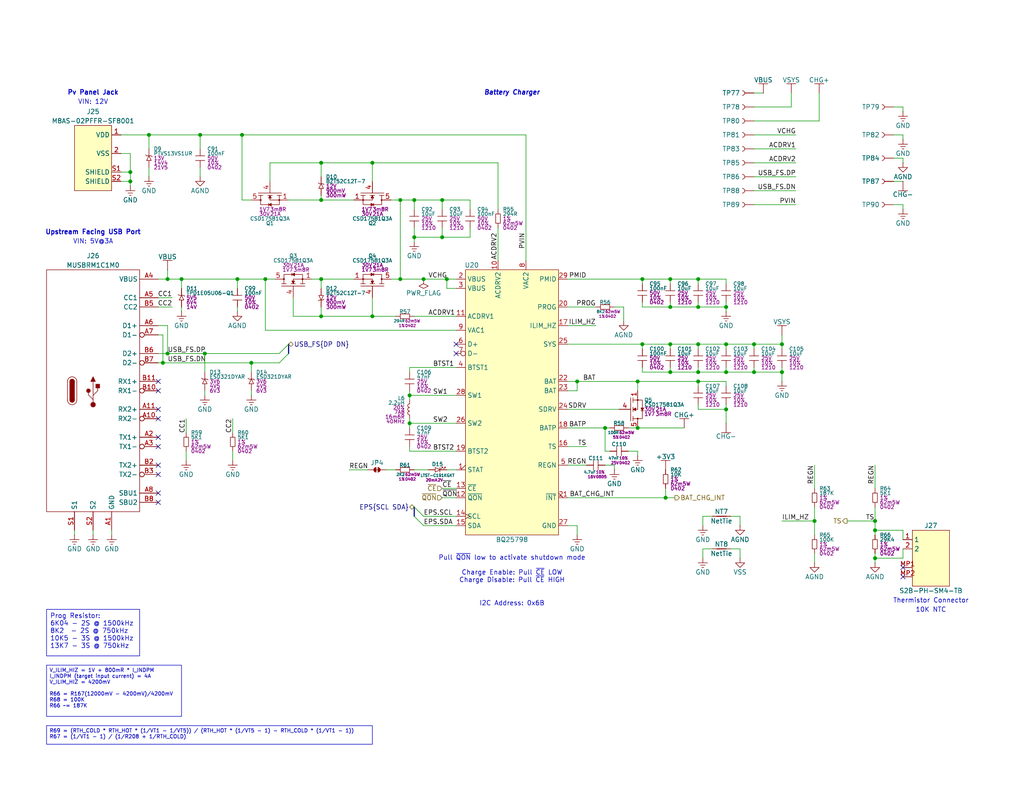
<source format=kicad_sch>
(kicad_sch (version 20250114) (generator "eeschema") (generator_version "9.0")
  (paper "USLetter")
  (title_block (title "Battery Charger") (date "2025-03-31") (rev "1") (comment 2 "PROTOTYPE") (comment 3 "2025"))
  (text "Upstream Facing USB Port" (at 25.4 63.5 0) (effects (font (size 1.27 1.27) (thickness 0.254) (bold yes))))
  (text "VIN: 12V" (at 25.4 27.94 0) (effects (font (size 1.27 1.27))))
  (text "VIN: 5V@3A" (at 25.4 66.04 0) (effects (font (size 1.27 1.27))))
  (text "I2C Address: 0x6B" (at 139.7 164.846 0) (effects (font (size 1.27 1.27))))
  (text "Pv Panel Jack" (at 25.4 25.4 0) (effects (font (size 1.27 1.27) (thickness 0.254) (bold yes))))
  (text "Thermistor Connector" (at 254 164.084 0) (effects (font (size 1.27 1.27))))
  (text "Pull ~{QON} low to activate shutdown mode" (at 139.7 152.4 0) (effects (font (size 1.27 1.27))))
  (text "Charge Enable: Pull ~{CE} LOW\nCharge Disable: Pull ~{CE} HIGH" (at 139.7 157.48 0) (effects (font (size 1.27 1.27))))
  (text "10K NTC" (at 254 166.624 0) (effects (font (size 1.27 1.27))))
  (text "Battery Charger" (at 139.7 25.4 0) (effects (font (size 1.27 1.27) (thickness 0.254) (bold yes) (italic yes))))
  (text_box "Prog Resistor:\n6K04 - 2S @ 1500kHz\n8K2  - 2S @ 750kHz\n10K5 - 3S @ 1500kHz\n13K7 - 3S @ 750kHz\n" (at 12.7 166.37 0) (size 25.4 12.7) (margins 0.9525 0.9525 0.9525 0.9525) (effects (font (size 1.27 1.27)) (justify left top)))
  (text_box "R69 = (RTH_COLD * RTH_HOT * (1/VT1 - 1/VT5)) / (RTH_HOT * (1/VT5 - 1) - RTH_COLD * (1/VT1 - 1))\nR67 = (1/VT1 - 1) / (1/R208 + 1/RTH_COLD)" (at 12.7 198.12 0) (size 88.9 5.08) (margins 0.75 0.75 0.75 0.75) (effects (font (size 1 1)) (justify left top)))
  (text_box "V_ILIM_HIZ = 1V + 800mR * I_INDPM\nI_INDPM (target input current) = 4A\nV_ILIM_HIZ = 4200mV\n\nR66 = R167(12000mV - 4200mV)/4200mV\nR68 = 100K\nR66 ~= 187K" (at 12.7 181.61 0) (size 36.83 13.97) (margins 0.75 0.75 0.75 0.75) (effects (font (size 1 1)) (justify left top)))
  (junction (at 165.1 116.84))
  (junction (at 205.74 101.6))
  (junction (at 182.88 101.6))
  (junction (at 101.6 44.45))
  (junction (at 87.63 54.61))
  (junction (at 205.74 93.98))
  (junction (at 198.12 93.98))
  (junction (at 190.5 101.6))
  (junction (at 238.76 144.78))
  (junction (at 101.6 86.36))
  (junction (at 45.72 76.2))
  (junction (at 87.63 76.2))
  (junction (at 54.61 36.83))
  (junction (at 35.56 46.99))
  (junction (at 173.99 104.14))
  (junction (at 198.12 101.6))
  (junction (at 87.63 44.45))
  (junction (at 109.22 76.2))
  (junction (at 173.99 116.84))
  (junction (at 45.72 96.52))
  (junction (at 72.39 76.2))
  (junction (at 120.65 64.77))
  (junction (at 111.76 107.95))
  (junction (at 198.12 111.76))
  (junction (at 198.12 83.82))
  (junction (at 115.57 76.2))
  (junction (at 113.03 64.77))
  (junction (at 66.04 36.83))
  (junction (at 213.36 93.98))
  (junction (at 40.64 36.83))
  (junction (at 109.22 54.61))
  (junction (at 182.88 83.82))
  (junction (at 64.77 76.2))
  (junction (at 182.88 76.2))
  (junction (at 238.76 142.24))
  (junction (at 175.26 93.98))
  (junction (at 120.65 54.61))
  (junction (at 113.03 54.61))
  (junction (at 55.88 96.52))
  (junction (at 238.76 152.4))
  (junction (at 181.61 135.89))
  (junction (at 213.36 101.6))
  (junction (at 222.25 142.24))
  (junction (at 190.5 93.98))
  (junction (at 182.88 93.98))
  (junction (at 190.5 104.14))
  (junction (at 121.92 76.2))
  (junction (at 175.26 76.2))
  (junction (at 190.5 76.2))
  (junction (at 87.63 86.36))
  (junction (at 111.76 115.57))
  (junction (at 68.58 99.06))
  (junction (at 35.56 49.53))
  (junction (at 190.5 83.82))
  (junction (at 44.45 99.06))
  (junction (at 49.53 76.2))
  (junction (at 157.48 104.14))
  (no_connect (at 43.18 134.62))
  (no_connect (at 43.18 119.38))
  (no_connect (at 43.18 104.14))
  (no_connect (at 43.18 111.76))
  (no_connect (at 43.18 137.16))
  (no_connect (at 43.18 127))
  (no_connect (at 246.38 154.94))
  (no_connect (at 43.18 129.54))
  (no_connect (at 124.46 96.52))
  (no_connect (at 124.46 93.98))
  (no_connect (at 43.18 106.68))
  (no_connect (at 246.38 157.48))
  (no_connect (at 43.18 121.92))
  (no_connect (at 43.18 114.3))
  (bus_entry (at 76.2 99.06) (size 2.54 -2.54))
  (bus_entry (at 115.57 143.51) (size -2.54 -2.54))
  (bus_entry (at 76.2 96.52) (size 2.54 -2.54))
  (bus_entry (at 115.57 140.97) (size -2.54 -2.54))
  (wire (pts (xy 55.88 96.52) (xy 55.88 101.6)))
  (wire (pts (xy 175.26 76.2) (xy 175.26 77.47)))
  (wire (pts (xy 190.5 82.55) (xy 190.5 83.82)))
  (wire (pts (xy 45.72 88.9) (xy 45.72 96.52)))
  (wire (pts (xy 190.5 101.6) (xy 198.12 101.6)))
  (wire (pts (xy 246.38 30.48) (xy 246.38 29.21)))
  (wire (pts (xy 175.26 76.2) (xy 182.88 76.2)))
  (wire (pts (xy 87.63 78.74) (xy 87.63 76.2)))
  (wire (pts (xy 25.4 144.78) (xy 25.4 146.05)))
  (wire (pts (xy 154.94 121.92) (xy 160.02 121.92)))
  (wire (pts (xy 120.65 62.23) (xy 120.65 64.77)))
  (wire (pts (xy 246.38 55.88) (xy 243.84 55.88)))
  (wire (pts (xy 231.14 142.24) (xy 238.76 142.24)))
  (wire (pts (xy 201.93 140.97) (xy 199.39 140.97)))
  (wire (pts (xy 170.18 87.63) (xy 170.18 83.82)))
  (wire (pts (xy 63.5 114.3) (xy 63.5 118.11)))
  (wire (pts (xy 182.88 101.6) (xy 190.5 101.6)))
  (bus (pts (xy 113.03 138.43) (xy 113.03 140.97)))
  (wire (pts (xy 213.36 142.24) (xy 222.25 142.24)))
  (wire (pts (xy 43.18 88.9) (xy 45.72 88.9)))
  (wire (pts (xy 246.38 29.21) (xy 243.84 29.21)))
  (wire (pts (xy 181.61 133.35) (xy 181.61 135.89)))
  (wire (pts (xy 194.31 149.86) (xy 191.77 149.86)))
  (wire (pts (xy 44.45 99.06) (xy 68.58 99.06)))
  (wire (pts (xy 198.12 83.82) (xy 198.12 85.09)))
  (wire (pts (xy 201.93 152.4) (xy 201.93 149.86)))
  (wire (pts (xy 154.94 88.9) (xy 162.56 88.9)))
  (wire (pts (xy 87.63 44.45) (xy 101.6 44.45)))
  (wire (pts (xy 175.26 93.98) (xy 182.88 93.98)))
  (wire (pts (xy 78.74 54.61) (xy 87.63 54.61)))
  (wire (pts (xy 101.6 86.36) (xy 107.95 86.36)))
  (wire (pts (xy 217.17 36.83) (xy 205.74 36.83)))
  (wire (pts (xy 72.39 90.17) (xy 72.39 76.2)))
  (wire (pts (xy 101.6 86.36) (xy 101.6 81.28)))
  (wire (pts (xy 154.94 135.89) (xy 181.61 135.89)))
  (wire (pts (xy 50.8 123.19) (xy 50.8 125.73)))
  (wire (pts (xy 87.63 86.36) (xy 101.6 86.36)))
  (wire (pts (xy 190.5 104.14) (xy 190.5 105.41)))
  (wire (pts (xy 182.88 93.98) (xy 190.5 93.98)))
  (wire (pts (xy 238.76 144.78) (xy 238.76 146.05)))
  (wire (pts (xy 68.58 99.06) (xy 68.58 101.6)))
  (wire (pts (xy 49.53 76.2) (xy 49.53 78.74)))
  (wire (pts (xy 49.53 85.09) (xy 49.53 83.82)))
  (wire (pts (xy 109.22 54.61) (xy 109.22 76.2)))
  (wire (pts (xy 217.17 55.88) (xy 205.74 55.88)))
  (wire (pts (xy 33.02 49.53) (xy 35.56 49.53)))
  (wire (pts (xy 120.65 54.61) (xy 120.65 57.15)))
  (wire (pts (xy 238.76 152.4) (xy 238.76 153.67)))
  (wire (pts (xy 35.56 50.8) (xy 35.56 49.53)))
  (wire (pts (xy 175.26 100.33) (xy 175.26 101.6)))
  (wire (pts (xy 55.88 96.52) (xy 76.2 96.52)))
  (wire (pts (xy 113.03 54.61) (xy 113.03 57.15)))
  (wire (pts (xy 154.94 76.2) (xy 175.26 76.2)))
  (wire (pts (xy 113.03 64.77) (xy 113.03 62.23)))
  (wire (pts (xy 109.22 76.2) (xy 115.57 76.2)))
  (wire (pts (xy 113.03 128.27) (xy 116.84 128.27)))
  (wire (pts (xy 64.77 83.82) (xy 64.77 85.09)))
  (wire (pts (xy 106.68 54.61) (xy 109.22 54.61)))
  (wire (pts (xy 54.61 45.72) (xy 54.61 48.26)))
  (wire (pts (xy 105.41 128.27) (xy 107.95 128.27)))
  (wire (pts (xy 198.12 93.98) (xy 205.74 93.98)))
  (wire (pts (xy 190.5 93.98) (xy 198.12 93.98)))
  (wire (pts (xy 111.76 121.92) (xy 111.76 123.19)))
  (wire (pts (xy 111.76 100.33) (xy 124.46 100.33)))
  (wire (pts (xy 238.76 138.43) (xy 238.76 142.24)))
  (wire (pts (xy 50.8 114.3) (xy 50.8 118.11)))
  (wire (pts (xy 68.58 106.68) (xy 68.58 107.95)))
  (wire (pts (xy 191.77 140.97) (xy 191.77 143.51)))
  (wire (pts (xy 120.65 64.77) (xy 113.03 64.77)))
  (wire (pts (xy 128.27 64.77) (xy 120.65 64.77)))
  (wire (pts (xy 222.25 151.13) (xy 222.25 153.67)))
  (wire (pts (xy 175.26 82.55) (xy 175.26 83.82)))
  (wire (pts (xy 205.74 93.98) (xy 213.36 93.98)))
  (wire (pts (xy 246.38 36.83) (xy 243.84 36.83)))
  (wire (pts (xy 154.94 93.98) (xy 175.26 93.98)))
  (wire (pts (xy 68.58 54.61) (xy 66.04 54.61)))
  (wire (pts (xy 182.88 83.82) (xy 190.5 83.82)))
  (wire (pts (xy 246.38 44.45) (xy 246.38 43.18)))
  (wire (pts (xy 213.36 91.44) (xy 213.36 93.98)))
  (wire (pts (xy 111.76 100.33) (xy 111.76 101.6)))
  (wire (pts (xy 190.5 93.98) (xy 190.5 95.25)))
  (wire (pts (xy 213.36 93.98) (xy 213.36 95.25)))
  (wire (pts (xy 223.52 25.4) (xy 223.52 33.02)))
  (wire (pts (xy 246.38 144.78) (xy 246.38 147.32)))
  (wire (pts (xy 72.39 76.2) (xy 74.93 76.2)))
  (wire (pts (xy 246.38 38.1) (xy 246.38 36.83)))
  (wire (pts (xy 143.51 36.83) (xy 143.51 71.12)))
  (wire (pts (xy 182.88 100.33) (xy 182.88 101.6)))
  (wire (pts (xy 190.5 76.2) (xy 190.5 77.47)))
  (wire (pts (xy 68.58 99.06) (xy 76.2 99.06)))
  (wire (pts (xy 43.18 83.82) (xy 46.99 83.82)))
  (wire (pts (xy 40.64 45.72) (xy 40.64 48.26)))
  (wire (pts (xy 49.53 76.2) (xy 64.77 76.2)))
  (wire (pts (xy 198.12 100.33) (xy 198.12 101.6)))
  (wire (pts (xy 238.76 127) (xy 238.76 133.35)))
  (wire (pts (xy 66.04 36.83) (xy 143.51 36.83)))
  (wire (pts (xy 154.94 106.68) (xy 157.48 106.68)))
  (wire (pts (xy 201.93 149.86) (xy 199.39 149.86)))
  (wire (pts (xy 175.26 93.98) (xy 175.26 95.25)))
  (wire (pts (xy 190.5 110.49) (xy 190.5 111.76)))
  (wire (pts (xy 135.89 62.23) (xy 135.89 71.12)))
  (wire (pts (xy 87.63 76.2) (xy 96.52 76.2)))
  (wire (pts (xy 45.72 76.2) (xy 49.53 76.2)))
  (wire (pts (xy 111.76 107.95) (xy 111.76 109.22)))
  (wire (pts (xy 246.38 49.53) (xy 243.84 49.53)))
  (wire (pts (xy 63.5 123.19) (xy 63.5 125.73)))
  (wire (pts (xy 238.76 152.4) (xy 246.38 152.4)))
  (wire (pts (xy 165.1 116.84) (xy 166.37 116.84)))
  (wire (pts (xy 87.63 54.61) (xy 96.52 54.61)))
  (wire (pts (xy 222.25 138.43) (xy 222.25 142.24)))
  (wire (pts (xy 194.31 140.97) (xy 191.77 140.97)))
  (wire (pts (xy 109.22 54.61) (xy 113.03 54.61)))
  (wire (pts (xy 167.64 128.27) (xy 167.64 127)))
  (wire (pts (xy 205.74 101.6) (xy 213.36 101.6)))
  (wire (pts (xy 35.56 46.99) (xy 35.56 41.91)))
  (wire (pts (xy 54.61 36.83) (xy 66.04 36.83)))
  (wire (pts (xy 222.25 142.24) (xy 222.25 146.05)))
  (wire (pts (xy 213.36 101.6) (xy 213.36 100.33)))
  (wire (pts (xy 111.76 123.19) (xy 124.46 123.19)))
  (wire (pts (xy 223.52 33.02) (xy 205.74 33.02)))
  (wire (pts (xy 238.76 151.13) (xy 238.76 152.4)))
  (wire (pts (xy 182.88 76.2) (xy 190.5 76.2)))
  (wire (pts (xy 238.76 144.78) (xy 246.38 144.78)))
  (wire (pts (xy 205.74 93.98) (xy 205.74 95.25)))
  (wire (pts (xy 120.65 133.35) (xy 124.46 133.35)))
  (wire (pts (xy 44.45 91.44) (xy 44.45 99.06)))
  (wire (pts (xy 190.5 104.14) (xy 198.12 104.14)))
  (wire (pts (xy 87.63 83.82) (xy 87.63 86.36)))
  (wire (pts (xy 66.04 54.61) (xy 66.04 36.83)))
  (wire (pts (xy 213.36 101.6) (xy 213.36 104.14)))
  (wire (pts (xy 166.37 123.19) (xy 165.1 123.19)))
  (wire (pts (xy 165.1 123.19) (xy 165.1 116.84)))
  (wire (pts (xy 40.64 36.83) (xy 54.61 36.83)))
  (wire (pts (xy 246.38 149.86) (xy 246.38 152.4)))
  (wire (pts (xy 217.17 48.26) (xy 205.74 48.26)))
  (wire (pts (xy 171.45 116.84) (xy 173.99 116.84)))
  (wire (pts (xy 246.38 43.18) (xy 243.84 43.18)))
  (wire (pts (xy 33.02 41.91) (xy 35.56 41.91)))
  (wire (pts (xy 191.77 149.86) (xy 191.77 152.4)))
  (wire (pts (xy 198.12 82.55) (xy 198.12 83.82)))
  (wire (pts (xy 190.5 76.2) (xy 198.12 76.2)))
  (wire (pts (xy 181.61 135.89) (xy 184.15 135.89)))
  (wire (pts (xy 95.25 128.27) (xy 100.33 128.27)))
  (wire (pts (xy 190.5 111.76) (xy 198.12 111.76)))
  (wire (pts (xy 33.02 36.83) (xy 40.64 36.83)))
  (wire (pts (xy 157.48 104.14) (xy 157.48 106.68)))
  (wire (pts (xy 198.12 101.6) (xy 205.74 101.6)))
  (wire (pts (xy 190.5 100.33) (xy 190.5 101.6)))
  (wire (pts (xy 101.6 44.45) (xy 135.89 44.45)))
  (wire (pts (xy 205.74 100.33) (xy 205.74 101.6)))
  (wire (pts (xy 198.12 111.76) (xy 198.12 115.57)))
  (wire (pts (xy 115.57 143.51) (xy 124.46 143.51)))
  (wire (pts (xy 64.77 76.2) (xy 72.39 76.2)))
  (wire (pts (xy 111.76 115.57) (xy 111.76 114.3)))
  (wire (pts (xy 173.99 123.19) (xy 171.45 123.19)))
  (wire (pts (xy 35.56 49.53) (xy 35.56 46.99)))
  (wire (pts (xy 198.12 105.41) (xy 198.12 104.14)))
  (wire (pts (xy 113.03 64.77) (xy 113.03 66.04)))
  (wire (pts (xy 124.46 90.17) (xy 72.39 90.17)))
  (wire (pts (xy 222.25 127) (xy 222.25 133.35)))
  (wire (pts (xy 124.46 78.74) (xy 121.92 78.74)))
  (wire (pts (xy 113.03 86.36) (xy 124.46 86.36)))
  (wire (pts (xy 87.63 53.34) (xy 87.63 54.61)))
  (wire (pts (xy 157.48 143.51) (xy 157.48 146.05)))
  (wire (pts (xy 45.72 96.52) (xy 55.88 96.52)))
  (wire (pts (xy 182.88 93.98) (xy 182.88 95.25)))
  (wire (pts (xy 115.57 140.97) (xy 124.46 140.97)))
  (wire (pts (xy 128.27 54.61) (xy 128.27 57.15)))
  (wire (pts (xy 45.72 73.66) (xy 45.72 76.2)))
  (wire (pts (xy 106.68 76.2) (xy 109.22 76.2)))
  (wire (pts (xy 198.12 76.2) (xy 198.12 77.47)))
  (wire (pts (xy 190.5 83.82) (xy 198.12 83.82)))
  (wire (pts (xy 120.65 135.89) (xy 124.46 135.89)))
  (wire (pts (xy 73.66 49.53) (xy 73.66 44.45)))
  (wire (pts (xy 33.02 46.99) (xy 35.56 46.99)))
  (wire (pts (xy 201.93 143.51) (xy 201.93 140.97)))
  (wire (pts (xy 154.94 127) (xy 160.02 127)))
  (wire (pts (xy 167.64 127) (xy 165.1 127)))
  (wire (pts (xy 170.18 83.82) (xy 167.64 83.82)))
  (wire (pts (xy 154.94 143.51) (xy 157.48 143.51)))
  (wire (pts (xy 217.17 40.64) (xy 205.74 40.64)))
  (wire (pts (xy 73.66 44.45) (xy 87.63 44.45)))
  (wire (pts (xy 135.89 44.45) (xy 135.89 57.15)))
  (wire (pts (xy 43.18 76.2) (xy 45.72 76.2)))
  (wire (pts (xy 217.17 44.45) (xy 205.74 44.45)))
  (wire (pts (xy 238.76 142.24) (xy 238.76 144.78)))
  (wire (pts (xy 198.12 111.76) (xy 198.12 110.49)))
  (wire (pts (xy 55.88 106.68) (xy 55.88 107.95)))
  (wire (pts (xy 121.92 128.27) (xy 124.46 128.27)))
  (wire (pts (xy 101.6 44.45) (xy 101.6 49.53)))
  (wire (pts (xy 154.94 104.14) (xy 157.48 104.14)))
  (wire (pts (xy 43.18 91.44) (xy 44.45 91.44)))
  (wire (pts (xy 154.94 111.76) (xy 168.91 111.76)))
  (wire (pts (xy 205.74 25.4) (xy 208.28 25.4)))
  (wire (pts (xy 85.09 76.2) (xy 87.63 76.2)))
  (wire (pts (xy 115.57 76.2) (xy 121.92 76.2)))
  (wire (pts (xy 111.76 107.95) (xy 124.46 107.95)))
  (wire (pts (xy 173.99 106.68) (xy 173.99 104.14)))
  (wire (pts (xy 205.74 29.21) (xy 215.9 29.21)))
  (wire (pts (xy 175.26 83.82) (xy 182.88 83.82)))
  (wire (pts (xy 173.99 123.19) (xy 173.99 124.46)))
  (wire (pts (xy 198.12 93.98) (xy 198.12 95.25)))
  (wire (pts (xy 173.99 104.14) (xy 190.5 104.14)))
  (wire (pts (xy 80.01 86.36) (xy 87.63 86.36)))
  (wire (pts (xy 157.48 104.14) (xy 173.99 104.14)))
  (wire (pts (xy 44.45 99.06) (xy 43.18 99.06)))
  (wire (pts (xy 154.94 83.82) (xy 162.56 83.82)))
  (wire (pts (xy 121.92 76.2) (xy 124.46 76.2)))
  (wire (pts (xy 175.26 101.6) (xy 182.88 101.6)))
  (wire (pts (xy 40.64 36.83) (xy 40.64 40.64)))
  (wire (pts (xy 111.76 107.95) (xy 111.76 106.68)))
  (wire (pts (xy 173.99 116.84) (xy 186.69 116.84)))
  (wire (pts (xy 215.9 25.4) (xy 215.9 29.21)))
  (wire (pts (xy 43.18 81.28) (xy 46.99 81.28)))
  (wire (pts (xy 120.65 54.61) (xy 128.27 54.61)))
  (wire (pts (xy 20.32 144.78) (xy 20.32 146.05)))
  (wire (pts (xy 30.48 144.78) (xy 30.48 146.05)))
  (wire (pts (xy 217.17 52.07) (xy 205.74 52.07)))
  (wire (pts (xy 111.76 115.57) (xy 124.46 115.57)))
  (wire (pts (xy 121.92 78.74) (xy 121.92 76.2)))
  (wire (pts (xy 111.76 115.57) (xy 111.76 116.84)))
  (wire (pts (xy 64.77 76.2) (xy 64.77 78.74)))
  (wire (pts (xy 87.63 48.26) (xy 87.63 44.45)))
  (wire (pts (xy 113.03 54.61) (xy 120.65 54.61)))
  (wire (pts (xy 45.72 96.52) (xy 43.18 96.52)))
  (wire (pts (xy 154.94 116.84) (xy 165.1 116.84)))
  (wire (pts (xy 246.38 57.15) (xy 246.38 55.88)))
  (wire (pts (xy 80.01 81.28) (xy 80.01 86.36)))
  (wire (pts (xy 182.88 76.2) (xy 182.88 77.47)))
  (wire (pts (xy 54.61 40.64) (xy 54.61 36.83)))
  (wire (pts (xy 182.88 82.55) (xy 182.88 83.82)))
  (bus (pts (xy 78.74 93.98) (xy 78.74 96.52)))
  (wire (pts (xy 128.27 62.23) (xy 128.27 64.77)))
  (label "CC1" (at 50.8 114.3 270))
  (label "EPS.SCL" (at 115.57 140.97 0))
  (label "TS" (at 160.02 121.92 180))
  (label "ILIM_HZ" (at 213.36 142.24 0))
  (label "SDRV" (at 160.02 111.76 180))
  (label "ACDRV2" (at 135.89 63.5 270))
  (label "USB_FS.DN" (at 217.17 52.07 180))
  (label "BATP" (at 160.02 116.84 180))
  (label "EPS.SDA" (at 115.57 143.51 0))
  (label "TS" (at 236.22 142.24 0))
  (label "REGN" (at 95.25 128.27 0))
  (label "VCHG" (at 116.84 76.2 0))
  (label "PVIN" (at 143.51 63.5 270))
  (label "SW1" (at 118.11 107.95 0))
  (label "VCHG" (at 217.17 36.83 180))
  (label "CC2" (at 63.5 114.3 270))
  (label "USB_FS.DP" (at 217.17 48.26 180))
  (label "BAT_CHG_INT" (at 167.64 135.89 180))
  (label "SW2" (at 118.11 115.57 0))
  (label "REGN" (at 238.76 127 270))
  (label "PVIN" (at 217.17 55.88 180))
  (label "~{CE}" (at 120.65 133.35 0))
  (label "PMID" (at 160.02 76.2 180))
  (label "ACDRV2" (at 217.17 44.45 180))
  (label "CC2" (at 46.99 83.82 180))
  (label "BTST1" (at 118.11 100.33 0) (effects (font (thickness 0.1588))))
  (label "BTST2" (at 118.11 123.19 0) (effects (font (thickness 0.1588))))
  (label "ILIM_HZ" (at 162.56 88.9 180))
  (label "BAT" (at 162.56 104.14 180))
  (label "PROG" (at 162.56 83.82 180) (effects (font (thickness 0.1588))))
  (label "REGN" (at 160.02 127 180))
  (label "CC1" (at 46.99 81.28 180))
  (label "USB_FS.DN" (at 45.72 99.06 0))
  (label "~{QON}" (at 120.65 135.89 0))
  (label "REGN" (at 222.25 127 270))
  (label "USB_FS.DP" (at 45.72 96.52 0))
  (label "ACDRV1" (at 116.84 86.36 0))
  (label "ACDRV1" (at 217.17 40.64 180))
  (hierarchical_label "BAT_CHG_INT" (shape output) (at 184.15 135.89 0))
  (hierarchical_label "~{QON}" (shape input) (at 120.65 135.89 180))
  (hierarchical_label "USB_FS{DP DN}" (shape bidirectional) (at 78.74 93.98 0))
  (hierarchical_label "~{CE}" (shape input) (at 120.65 133.35 180))
  (hierarchical_label "EPS{SCL SDA}" (shape bidirectional) (at 113.03 138.43 180))
  (hierarchical_label "TS" (shape output) (at 231.14 142.24 180))
  (symbol (lib_id "lib_sch:R_horizontal") (at 110.49 86.36 0) (unit 1)
    (property "Reference" "R57" (at 110.49 85.09 0) (effects (font (size 1.016 1.016))))
    (property "Value" "294R" (at 110.49 87.63 0) (effects (font (size 0.762 0.762)) (justify right)))
    (property "Footprint" "lib_passives:CRCW0402" (effects (hide yes)))
    (property "Datasheet" "datasheets/Vishay-Dale-DRCWe3.pdf" (effects (hide yes)))
    (property "Description" "RES SMD 6.04K OHM 1% 1/16W 0402" (effects (hide yes)))
    (property "Manufacturer" "Vishay Dale" (effects (hide yes)))
    (property "MPN" "CRCW04026K04FKED" (effects (hide yes)))
    (property "DKPN" "541-6.04KLCT-ND" (effects (hide yes)))
    (property "Tolerance" "1%" (at 110.49 88.9 0) (effects (font (size 0.762 0.762)) (justify right)))
    (property "Power Rating" "62m5W" (at 110.49 87.63 0) (effects (font (size 0.762 0.762)) (justify left)))
    (property "Package" "0402" (at 110.49 88.9 0) (effects (font (size 0.762 0.762)) (justify left)))
  )
  (symbol (lib_id "lib_sch:Testpoint") (at 241.3 29.21 0) (unit 1)
    (property "Reference" "TP79" (at 240.03 29.21 0) (effects (justify right)))
    (property "Value" "RCWCTE" (effects (hide yes)))
    (property "Footprint" "lib_misc:TP_RCW" (effects (hide yes)))
    (property "Datasheet" "datasheets/KOA-RC-Series.pdf" (effects (hide yes)))
    (property "Description" "PC TEST POINT" (effects (hide yes)))
    (property "Manufacturer" "KOA Speer Electronics, Inc." (effects (hide yes)))
    (property "MPN" "RCWCTE" (effects (hide yes)))
    (property "DKPN" "2019-RCWCTECT-ND" (effects (hide yes)))
  )
  (symbol (lib_id "lib_pwr:GND") (at 157.48 146.05 0) (unit 1)
    (property "Reference" "#PWR0251" (effects (hide yes)))
    (property "Value" "GND" (at 157.48 149.86 0))
  )
  (symbol (lib_id "lib_pwr:VSYS") (at 213.36 91.44 0) (unit 1)
    (property "Reference" "#PWR0235" (effects (hide yes)))
    (property "Value" "VSYS" (at 213.36 87.884 0))
  )
  (symbol (lib_id "lib_pwr:CHG+") (at 186.69 116.84 0) (unit 1)
    (property "Reference" "#PWR0240" (effects (hide yes)))
    (property "Value" "CHG+" (at 186.69 113.284 0))
  )
  (symbol (lib_id "lib_pwr:GND") (at 35.56 50.8 0) (unit 1)
    (property "Reference" "#PWR0227" (effects (hide yes)))
    (property "Value" "GND" (at 35.56 54.61 0))
  )
  (symbol (lib_id "lib_sch:C") (at 113.03 59.69 0) (unit 1)
    (property "Reference" "C92" (at 114.935 57.15 0) (effects (font (size 1.016 1.016)) (justify left)))
    (property "Value" "10uF" (at 114.935 58.42 0) (effects (font (size 1.016 1.016)) (justify left)))
    (property "Footprint" "lib_passives:GRT1210" (effects (hide yes)))
    (property "Datasheet" "datasheets/Murata-GCM32ER71E106KA57.pdf" (effects (hide yes)))
    (property "Description" "CAP CER 10UF 25V X7R 1210" (effects (hide yes)))
    (property "Manufacturer" "Murata Electronics" (effects (hide yes)))
    (property "MPN" "GCM32ER71E106KA57L" (effects (hide yes)))
    (property "DKPN" "490-4798-1-ND" (effects (hide yes)))
    (property "Tolerance" "10%" (at 114.935 60.96 0) (effects (font (size 1.016 1.016)) (justify left)))
    (property "Voltage Rating" "25V" (at 114.935 59.69 0) (effects (font (size 1.016 1.016)) (justify left)))
    (property "Package" "1210" (at 114.935 62.23 0) (effects (font (size 1.016 1.016)) (justify left)))
  )
  (symbol (lib_id "lib_pwr:AGND") (at 246.38 44.45 0) (unit 1)
    (property "Reference" "#PWR0223" (effects (hide yes)))
    (property "Value" "AGND" (at 246.38 48.26 0))
  )
  (symbol (lib_id "lib_sch:C") (at 175.26 80.01 0) (unit 1)
    (property "Reference" "C95" (at 177.165 77.47 0) (effects (font (size 1.016 1.016)) (justify left)))
    (property "Value" "100nF" (at 177.165 78.74 0) (effects (font (size 1.016 1.016)) (justify left)))
    (property "Footprint" "lib_passives:GCM0402" (effects (hide yes)))
    (property "Datasheet" "datasheets/Murata-Electronics-GRT155R71H104KE01.pdf" (effects (hide yes)))
    (property "Description" "CAP CER 0.1UF 50V X7R 0402" (effects (hide yes)))
    (property "Manufacturer" "Murata Electronics" (effects (hide yes)))
    (property "MPN" "GRT155R71H104KE01D" (effects (hide yes)))
    (property "DKPN" "490-GRT155R71H104KE01DCT-ND" (effects (hide yes)))
    (property "Tolerance" "10%" (at 177.165 81.28 0) (effects (font (size 1.016 1.016)) (justify left)))
    (property "Voltage Rating" "50V" (at 177.165 80.01 0) (effects (font (size 1.016 1.016)) (justify left)))
    (property "Package" "0402" (at 177.165 82.55 0) (effects (font (size 1.016 1.016)) (justify left)))
  )
  (symbol (lib_id "lib_sch:C") (at 64.77 81.28 0) (unit 1)
    (property "Reference" "C99" (at 66.675 78.74 0) (effects (font (size 1.016 1.016)) (justify left)))
    (property "Value" "100nF" (at 66.675 80.01 0) (effects (font (size 1.016 1.016)) (justify left)))
    (property "Footprint" "lib_passives:GCM0402" (effects (hide yes)))
    (property "Datasheet" "datasheets/Murata-Electronics-GRT155R71H104KE01.pdf" (effects (hide yes)))
    (property "Description" "CAP CER 0.1UF 50V X7R 0402" (effects (hide yes)))
    (property "Manufacturer" "Murata Electronics" (effects (hide yes)))
    (property "MPN" "GRT155R71H104KE01D" (effects (hide yes)))
    (property "DKPN" "490-GRT155R71H104KE01DCT-ND" (effects (hide yes)))
    (property "Tolerance" "10%" (at 66.675 82.55 0) (effects (font (size 1.016 1.016)) (justify left)))
    (property "Voltage Rating" "50V" (at 66.675 81.28 0) (effects (font (size 1.016 1.016)) (justify left)))
    (property "Package" "0402" (at 66.675 83.82 0) (effects (font (size 1.016 1.016)) (justify left)))
  )
  (symbol (lib_id "lib_sch:C") (at 198.12 107.95 0) (unit 1)
    (property "Reference" "C108" (at 200.025 105.41 0) (effects (font (size 1.016 1.016)) (justify left)))
    (property "Value" "10uF" (at 200.025 106.68 0) (effects (font (size 1.016 1.016)) (justify left)))
    (property "Footprint" "lib_passives:GRT1210" (effects (hide yes)))
    (property "Datasheet" "datasheets/Murata-GCM32ER71E106KA57.pdf" (effects (hide yes)))
    (property "Description" "CAP CER 10UF 25V X7R 1210" (effects (hide yes)))
    (property "Manufacturer" "Murata Electronics" (effects (hide yes)))
    (property "MPN" "GCM32ER71E106KA57L" (effects (hide yes)))
    (property "DKPN" "490-4798-1-ND" (effects (hide yes)))
    (property "Tolerance" "10%" (at 200.025 109.22 0) (effects (font (size 1.016 1.016)) (justify left)))
    (property "Voltage Rating" "25V" (at 200.025 107.95 0) (effects (font (size 1.016 1.016)) (justify left)))
    (property "Package" "1210" (at 200.025 110.49 0) (effects (font (size 1.016 1.016)) (justify left)))
  )
  (symbol (lib_id "lib_pwr:VBUS") (at 208.28 25.4 0) (unit 1)
    (property "Reference" "#PWR0218" (effects (hide yes)))
    (property "Value" "VBUS" (at 208.28 21.844 0))
  )
  (symbol (lib_id "lib_sch:Testpoint") (at 203.2 40.64 0) (unit 1) (in_bom no)
    (property "Reference" "TP83" (at 201.93 40.64 0) (effects (justify right)))
    (property "Footprint" "lib_misc:TP_2mm" (effects (hide yes)))
    (property "Manufacturer" "N/A" (effects (hide yes)))
    (property "MPN" "N/A" (effects (hide yes)))
    (property "DKPN" "N/A" (effects (hide yes)))
  )
  (symbol (lib_id "lib_sch:Testpoint") (at 203.2 52.07 0) (unit 1) (in_bom no)
    (property "Reference" "TP88" (at 201.93 52.07 0) (effects (justify right)))
    (property "Footprint" "lib_misc:TP_2mm" (effects (hide yes)))
    (property "Manufacturer" "N/A" (effects (hide yes)))
    (property "MPN" "N/A" (effects (hide yes)))
    (property "DKPN" "N/A" (effects (hide yes)))
  )
  (symbol (lib_id "lib_sch:R") (at 63.5 120.65 0) (unit 1)
    (property "Reference" "R60" (at 64.77 118.11 0) (effects (font (size 1.016 1.016)) (justify left)))
    (property "Value" "5K1" (at 64.77 119.38 0) (effects (font (size 1.016 1.016)) (justify left)))
    (property "Footprint" "lib_passives:CRCW0402" (effects (hide yes)))
    (property "Datasheet" "datasheets/Vishay-Dale-DRCWe3.pdf" (effects (hide yes)))
    (property "Description" "RES SMD 5.1K OHM 1% 1/16W 0402" (effects (hide yes)))
    (property "Manufacturer" "Vishay Dale" (effects (hide yes)))
    (property "MPN" "CRCW04025K10FKED" (effects (hide yes)))
    (property "DKPN" "541-5.10KLCT-ND" (effects (hide yes)))
    (property "Tolerance" "1%" (at 64.77 120.65 0) (effects (font (size 1.016 1.016)) (justify left)))
    (property "Power Rating" "62m5W" (at 64.77 121.92 0) (effects (font (size 1.016 1.016)) (justify left)))
    (property "Package" "0402" (at 64.77 123.19 0) (effects (font (size 1.016 1.016)) (justify left)))
  )
  (symbol (lib_id "lib_pwr:GND") (at 30.48 146.05 0) (unit 1)
    (property "Reference" "#PWR0250" (effects (hide yes)))
    (property "Value" "GND" (at 30.48 149.86 0))
  )
  (symbol (lib_id "lib_sch:R") (at 238.76 148.59 0) (unit 1)
    (property "Reference" "R66" (at 240.03 146.05 0) (effects (font (size 1.016 1.016)) (justify left)))
    (property "Value" "29K4" (at 240.03 147.32 0) (effects (font (size 1.016 1.016)) (justify left)))
    (property "Footprint" "lib_passives:CRCW0402" (effects (hide yes)))
    (property "Datasheet" "datasheets/Vishay-Dale-DRCWe3.pdf" (effects (hide yes)))
    (property "Description" "RES SMD 29.4K OHM 1% 1/16W 0402" (effects (hide yes)))
    (property "Manufacturer" "Vishay Dale" (effects (hide yes)))
    (property "MPN" "CRCW040229K4FKED" (effects (hide yes)))
    (property "DKPN" "541-29.4KLCT-ND" (effects (hide yes)))
    (property "Tolerance" "1%" (at 240.03 148.59 0) (effects (font (size 1.016 1.016)) (justify left)))
    (property "Power Rating" "62m5W" (at 240.03 149.86 0) (effects (font (size 1.016 1.016)) (justify left)))
    (property "Package" "0402" (at 240.03 151.13 0) (effects (font (size 1.016 1.016)) (justify left)))
  )
  (symbol (lib_id "lib_sch:NMOS_SGD_PWR") (at 80.01 76.2 0) (unit 1)
    (property "Reference" "Q3" (at 80.01 69.85 0) (effects (font (size 1.016 1.016))))
    (property "Value" "CSD17581Q3A" (at 80.01 71.12 0) (effects (font (size 1.016 1.016))))
    (property "Footprint" "lib_ICs:SON65P300X315X90-8" (effects (hide yes)))
    (property "Datasheet" "datasheets/Texas-Instruments-CSD17581Q3A.pdf" (effects (hide yes)))
    (property "Description" "MOSFET N-CH 30V 21A 8VSON" (effects (hide yes)))
    (property "Manufacturer" "Texas Instruments" (effects (hide yes)))
    (property "MPN" "Texas Instruments" (effects (hide yes)))
    (property "DKPN" "296-47754-1-ND" (effects (hide yes)))
    (property "VDSS" "30V" (at 80.01 72.39 0) (effects (font (size 1.016 1.016)) (justify right)))
    (property "VGSTH" "1V7" (at 80.01 73.66 0) (effects (font (size 1.016 1.016)) (justify right)))
    (property "ID" "21A" (at 80.01 72.39 0) (effects (font (size 1.016 1.016)) (justify left)))
    (property "RDSON" "3m8R" (at 80.01 73.66 0) (effects (font (size 1.016 1.016)) (justify left)))
  )
  (symbol (lib_id "lib_sch:Jumper_2_Bridged") (at 102.87 128.27 0) (unit 1) (in_bom no)
    (property "Reference" "JP4" (at 102.87 126.365 0))
    (property "Value" "~" (at 102.87 125.73 0))
    (property "Footprint" "lib_misc:SolderJumper-2_P1.3mm_Bridged_RoundedPad1.0x1.5mm" (effects (hide yes)))
  )
  (symbol (lib_id "lib_pwr:AGND") (at 238.76 153.67 0) (unit 1)
    (property "Reference" "#PWR0255" (effects (hide yes)))
    (property "Value" "AGND" (at 238.76 157.48 0))
  )
  (symbol (lib_id "lib_pwr:GND") (at 113.03 66.04 0) (unit 1)
    (property "Reference" "#PWR0229" (effects (hide yes)))
    (property "Value" "GND" (at 113.03 69.85 0))
  )
  (symbol (lib_id "lib_sch:Testpoint") (at 241.3 43.18 0) (unit 1)
    (property "Reference" "TP84" (at 240.03 43.18 0) (effects (justify right)))
    (property "Value" "RCWCTE" (effects (hide yes)))
    (property "Footprint" "lib_misc:TP_RCW" (effects (hide yes)))
    (property "Datasheet" "datasheets/KOA-RC-Series.pdf" (effects (hide yes)))
    (property "Description" "PC TEST POINT" (effects (hide yes)))
    (property "Manufacturer" "KOA Speer Electronics, Inc." (effects (hide yes)))
    (property "MPN" "RCWCTE" (effects (hide yes)))
    (property "DKPN" "2019-RCWCTECT-ND" (effects (hide yes)))
  )
  (symbol (lib_id "lib_pwr:VBUS") (at 45.72 73.66 0) (unit 1)
    (property "Reference" "#PWR0230" (effects (hide yes)))
    (property "Value" "VBUS" (at 45.72 70.104 0))
  )
  (symbol (lib_id "lib_sch:C") (at 182.88 97.79 0) (unit 1)
    (property "Reference" "C101" (at 184.785 95.25 0) (effects (font (size 1.016 1.016)) (justify left)))
    (property "Value" "10uF" (at 184.785 96.52 0) (effects (font (size 1.016 1.016)) (justify left)))
    (property "Footprint" "lib_passives:GRT1210" (effects (hide yes)))
    (property "Datasheet" "datasheets/Murata-GCM32ER71E106KA57.pdf" (effects (hide yes)))
    (property "Description" "CAP CER 10UF 25V X7R 1210" (effects (hide yes)))
    (property "Manufacturer" "Murata Electronics" (effects (hide yes)))
    (property "MPN" "GCM32ER71E106KA57L" (effects (hide yes)))
    (property "DKPN" "490-4798-1-ND" (effects (hide yes)))
    (property "Tolerance" "10%" (at 184.785 99.06 0) (effects (font (size 1.016 1.016)) (justify left)))
    (property "Voltage Rating" "25V" (at 184.785 97.79 0) (effects (font (size 1.016 1.016)) (justify left)))
    (property "Package" "1210" (at 184.785 100.33 0) (effects (font (size 1.016 1.016)) (justify left)))
  )
  (symbol (lib_id "lib_sch:C") (at 190.5 97.79 0) (unit 1)
    (property "Reference" "C102" (at 192.405 95.25 0) (effects (font (size 1.016 1.016)) (justify left)))
    (property "Value" "10uF" (at 192.405 96.52 0) (effects (font (size 1.016 1.016)) (justify left)))
    (property "Footprint" "lib_passives:GRT1210" (effects (hide yes)))
    (property "Datasheet" "datasheets/Murata-GCM32ER71E106KA57.pdf" (effects (hide yes)))
    (property "Description" "CAP CER 10UF 25V X7R 1210" (effects (hide yes)))
    (property "Manufacturer" "Murata Electronics" (effects (hide yes)))
    (property "MPN" "GCM32ER71E106KA57L" (effects (hide yes)))
    (property "DKPN" "490-4798-1-ND" (effects (hide yes)))
    (property "Tolerance" "10%" (at 192.405 99.06 0) (effects (font (size 1.016 1.016)) (justify left)))
    (property "Voltage Rating" "25V" (at 192.405 97.79 0) (effects (font (size 1.016 1.016)) (justify left)))
    (property "Package" "1210" (at 192.405 100.33 0) (effects (font (size 1.016 1.016)) (justify left)))
  )
  (symbol (lib_id "lib_sch:C") (at 213.36 97.79 0) (unit 1)
    (property "Reference" "C105" (at 215.265 95.25 0) (effects (font (size 1.016 1.016)) (justify left)))
    (property "Value" "10uF" (at 215.265 96.52 0) (effects (font (size 1.016 1.016)) (justify left)))
    (property "Footprint" "lib_passives:GRT1210" (effects (hide yes)))
    (property "Datasheet" "datasheets/Murata-GCM32ER71E106KA57.pdf" (effects (hide yes)))
    (property "Description" "CAP CER 10UF 25V X7R 1210" (effects (hide yes)))
    (property "Manufacturer" "Murata Electronics" (effects (hide yes)))
    (property "MPN" "GCM32ER71E106KA57L" (effects (hide yes)))
    (property "DKPN" "490-4798-1-ND" (effects (hide yes)))
    (property "Tolerance" "10%" (at 215.265 99.06 0) (effects (font (size 1.016 1.016)) (justify left)))
    (property "Voltage Rating" "25V" (at 215.265 97.79 0) (effects (font (size 1.016 1.016)) (justify left)))
    (property "Package" "1210" (at 215.265 100.33 0) (effects (font (size 1.016 1.016)) (justify left)))
  )
  (symbol (lib_id "lib_pwr:PWR_FLAG") (at 115.57 76.2 180) (unit 1)
    (property "Reference" "#FLG022" (effects (hide yes)))
    (property "Value" "PWR_FLAG" (at 115.57 80.01 0))
    (property "Description" "Special symbol for telling ERC where power comes from" (effects (hide yes)))
  )
  (symbol (lib_id "lib_sch:C_horizontal") (at 168.91 123.19 0) (unit 1)
    (property "Reference" "C110" (at 168.91 121.285 0) (effects (font (size 1.016 1.016))))
    (property "Value" "47nF" (at 168.91 125.095 0) (effects (font (size 0.762 0.762)) (justify right)))
    (property "Footprint" "lib_passives:GCM0402" (effects (hide yes)))
    (property "Datasheet" "datasheets/Murata-Electronics-GRT155R71E473KE01.pdf" (effects (hide yes)))
    (property "Description" "CAP CER 0.047UF 25V X7R 0402" (effects (hide yes)))
    (property "Manufacturer" "Murata Electronics" (effects (hide yes)))
    (property "MPN" "GRT155R71E473KE01D" (effects (hide yes)))
    (property "DKPN" "490-GRT155R71E473KE01DCT-ND" (effects (hide yes)))
    (property "Tolerance" "10%" (at 168.91 125.095 0) (effects (font (size 0.762 0.762)) (justify left)))
    (property "Voltage Rating" "25V" (at 168.91 126.365 0) (effects (font (size 0.762 0.762)) (justify right)))
    (property "Package" "0402" (at 168.91 126.365 0) (effects (font (size 0.762 0.762)) (justify left)))
  )
  (symbol (lib_id "lib_pwr:GND") (at 246.38 57.15 0) (unit 1)
    (property "Reference" "#PWR0228" (effects (hide yes)))
    (property "Value" "GND" (at 246.38 60.96 0))
  )
  (symbol (lib_id "lib_pwr:GND") (at 191.77 152.4 0) (unit 1)
    (property "Reference" "#PWR0252" (effects (hide yes)))
    (property "Value" "GND" (at 191.77 156.21 0))
  )
  (symbol (lib_id "lib_pwr:GND") (at 173.99 124.46 0) (unit 1)
    (property "Reference" "#PWR0241" (effects (hide yes)))
    (property "Value" "GND" (at 173.99 128.27 0))
  )
  (symbol (lib_id "lib_pwr:AGND") (at 64.77 85.09 0) (unit 1)
    (property "Reference" "#PWR0232" (effects (hide yes)))
    (property "Value" "AGND" (at 64.77 88.9 0))
  )
  (symbol (lib_id "DS-Diodes:D_TVS_single") (at 55.88 104.14 0) (unit 1)
    (property "Reference" "D13" (at 57.15 101.6 0) (effects (font (size 1.016 1.016)) (justify left)))
    (property "Value" "ESD321DYAR" (at 57.15 102.87 0) (effects (font (size 1.016 1.016)) (justify left)))
    (property "Footprint" "lib_diodes:SOD523" (effects (hide yes)))
    (property "Datasheet" "datasheets/Texas-Instruments-ESD321.pdf" (effects (hide yes)))
    (property "Description" "TVS DIODE 3.6VWM 6.3VC SOT5X3" (effects (hide yes)))
    (property "Manufacturer" "Texas Instruments" (effects (hide yes)))
    (property "MPN" "ESD321DYAR" (effects (hide yes)))
    (property "DKPN" "296-ESD321DYARCT-ND" (effects (hide yes)))
    (property "Voltage - Reverse Stabdoff" "3V6" (at 57.15 104.14 0) (effects (font (size 1.016 1.016)) (justify left)))
    (property "Voltage - Breakdown" "4V5" (at 57.15 105.41 0) (effects (font (size 1.016 1.016)) (justify left)))
    (property "Voltage - Clamping" "6V3" (at 57.15 106.68 0) (effects (font (size 1.016 1.016)) (justify left)))
  )
  (symbol (lib_id "lib_sch:C") (at 128.27 59.69 0) (unit 1)
    (property "Reference" "C94" (at 130.175 57.15 0) (effects (font (size 1.016 1.016)) (justify left)))
    (property "Value" "100nF" (at 130.175 58.42 0) (effects (font (size 1.016 1.016)) (justify left)))
    (property "Footprint" "lib_passives:GCM0402" (effects (hide yes)))
    (property "Datasheet" "datasheets/Murata-Electronics-GRT155R71H104KE01.pdf" (effects (hide yes)))
    (property "Description" "CAP CER 0.1UF 50V X7R 0402" (effects (hide yes)))
    (property "Manufacturer" "Murata Electronics" (effects (hide yes)))
    (property "MPN" "GRT155R71H104KE01D" (effects (hide yes)))
    (property "DKPN" "490-GRT155R71H104KE01DCT-ND" (effects (hide yes)))
    (property "Tolerance" "10%" (at 130.175 60.96 0) (effects (font (size 1.016 1.016)) (justify left)))
    (property "Voltage Rating" "50V" (at 130.175 59.69 0) (effects (font (size 1.016 1.016)) (justify left)))
    (property "Package" "0402" (at 130.175 62.23 0) (effects (font (size 1.016 1.016)) (justify left)))
  )
  (symbol (lib_id "lib_sch:C") (at 190.5 107.95 0) (unit 1)
    (property "Reference" "C107" (at 192.405 105.41 0) (effects (font (size 1.016 1.016)) (justify left)))
    (property "Value" "10uF" (at 192.405 106.68 0) (effects (font (size 1.016 1.016)) (justify left)))
    (property "Footprint" "lib_passives:GRT1210" (effects (hide yes)))
    (property "Datasheet" "datasheets/Murata-GCM32ER71E106KA57.pdf" (effects (hide yes)))
    (property "Description" "CAP CER 10UF 25V X7R 1210" (effects (hide yes)))
    (property "Manufacturer" "Murata Electronics" (effects (hide yes)))
    (property "MPN" "GCM32ER71E106KA57L" (effects (hide yes)))
    (property "DKPN" "490-4798-1-ND" (effects (hide yes)))
    (property "Tolerance" "10%" (at 192.405 109.22 0) (effects (font (size 1.016 1.016)) (justify left)))
    (property "Voltage Rating" "25V" (at 192.405 107.95 0) (effects (font (size 1.016 1.016)) (justify left)))
    (property "Package" "1210" (at 192.405 110.49 0) (effects (font (size 1.016 1.016)) (justify left)))
  )
  (symbol (lib_id "lib_sch:R_horizontal") (at 110.49 128.27 0) (unit 1)
    (property "Reference" "R61" (at 110.49 127 0) (effects (font (size 1.016 1.016))))
    (property "Value" "2K2" (at 110.49 129.54 0) (effects (font (size 0.762 0.762)) (justify right)))
    (property "Footprint" "lib_passives:CRCW0402" (effects (hide yes)))
    (property "Datasheet" "datasheets/Vishay-Dale-DRCWe3.pdf" (effects (hide yes)))
    (property "Description" "RES SMD 2.2K OHM 1% 1/16W 0402" (effects (hide yes)))
    (property "Manufacturer" "Vishay Dale" (effects (hide yes)))
    (property "MPN" "CRCW04022K20FKED" (effects (hide yes)))
    (property "DKPN" "541-2.20KLCT-ND" (effects (hide yes)))
    (property "Tolerance" "1%" (at 110.49 130.81 0) (effects (font (size 0.762 0.762)) (justify right)))
    (property "Power Rating" "62m5W" (at 110.49 129.54 0) (effects (font (size 0.762 0.762)) (justify left)))
    (property "Package" "0402" (at 110.49 130.81 0) (effects (font (size 0.762 0.762)) (justify left)))
  )
  (symbol (lib_id "lib_pwr:GND") (at 49.53 85.09 0) (unit 1)
    (property "Reference" "#PWR0231" (effects (hide yes)))
    (property "Value" "GND" (at 49.53 88.9 0))
  )
  (symbol (lib_id "DS-Diodes:D_TVS_single") (at 49.53 81.28 0) (unit 1)
    (property "Reference" "D11" (at 50.8 78.74 0) (effects (font (size 1.016 1.016)) (justify left)))
    (property "Value" "TPD1E05U06-Q1" (at 50.8 80.01 0) (effects (font (size 1.016 1.016)) (justify left)))
    (property "Footprint" "lib_diodes:SON2P65_100X60X50L50X25N" (effects (hide yes)))
    (property "Datasheet" "datasheets/Texas-Instruments-TPD1E05U06-Q1.pdf" (effects (hide yes)))
    (property "Description" "TVS DIODE 5.5VWM 14VC 2X1SON" (effects (hide yes)))
    (property "Manufacturer" "Texas Instruments" (effects (hide yes)))
    (property "MPN" "TPD1E05U06QDPYRQ1" (effects (hide yes)))
    (property "DKPN" "296-47863-1-ND" (effects (hide yes)))
    (property "Voltage - Reverse Stabdoff" "5V5" (at 50.8 81.28 0) (effects (font (size 1.016 1.016)) (justify left)))
    (property "Voltage - Breakdown" "6V4" (at 50.8 82.55 0) (effects (font (size 1.016 1.016)) (justify left)))
    (property "Voltage - Clamping" "14V" (at 50.8 83.82 0) (effects (font (size 1.016 1.016)) (justify left)))
  )
  (symbol (lib_id "lib_pwr:GND") (at 198.12 85.09 0) (unit 1)
    (property "Reference" "#PWR0233" (effects (hide yes)))
    (property "Value" "GND" (at 198.12 88.9 0))
  )
  (symbol (lib_id "lib_sch:NetTie") (at 196.85 140.97 0) (unit 1) (in_bom no)
    (property "Reference" "NT7" (at 196.85 139.7 0))
    (property "Value" "NetTie" (at 196.85 142.24 0))
    (property "Footprint" "lib_misc:NetTie-2_SMD_Pad2.0mm" (effects (hide yes)))
    (property "Description" "Net tie, 2 pins" (effects (hide yes)))
  )
  (symbol (lib_id "lib_pwr:CHG-") (at 246.38 49.53 0) (unit 1)
    (property "Reference" "#PWR0226" (effects (hide yes)))
    (property "Value" "CHG-" (at 246.38 53.086 0))
  )
  (symbol (lib_id "DS-Diodes:D_TVS_single") (at 68.58 104.14 0) (unit 1)
    (property "Reference" "D14" (at 69.85 101.6 0) (effects (font (size 1.016 1.016)) (justify left)))
    (property "Value" "ESD321DYAR" (at 69.85 102.87 0) (effects (font (size 1.016 1.016)) (justify left)))
    (property "Footprint" "lib_diodes:SOD523" (effects (hide yes)))
    (property "Datasheet" "datasheets/Texas-Instruments-ESD321.pdf" (effects (hide yes)))
    (property "Description" "TVS DIODE 3.6VWM 6.3VC SOT5X3" (effects (hide yes)))
    (property "Manufacturer" "Texas Instruments" (effects (hide yes)))
    (property "MPN" "ESD321DYAR" (effects (hide yes)))
    (property "DKPN" "296-ESD321DYARCT-ND" (effects (hide yes)))
    (property "Voltage - Reverse Stabdoff" "3V6" (at 69.85 104.14 0) (effects (font (size 1.016 1.016)) (justify left)))
    (property "Voltage - Breakdown" "4V5" (at 69.85 105.41 0) (effects (font (size 1.016 1.016)) (justify left)))
    (property "Voltage - Clamping" "6V3" (at 69.85 106.68 0) (effects (font (size 1.016 1.016)) (justify left)))
  )
  (symbol (lib_id "lib_sch:D_Zener") (at 87.63 81.28 0) (mirror x) (unit 1)
    (property "Reference" "D12" (at 88.9 78.74 0) (effects (font (size 1.016 1.016)) (justify left)))
    (property "Value" "BZT52C12T-7" (at 88.9 80.01 0) (effects (font (size 1.016 1.016)) (justify left)))
    (property "Footprint" "lib_diodes:SOD523" (effects (hide yes)))
    (property "Datasheet" "datasheets/Diodes-Incorporated-DS30502.pdf" (effects (hide yes)))
    (property "Description" "DIODE ZENER 12V 300MW SOD523" (effects (hide yes)))
    (property "Manufacturer" "Diodes Incorporated" (effects (hide yes)))
    (property "MPN" "BZT52C12T-7" (effects (hide yes)))
    (property "DKPN" "BZT52C12T-7DICT-ND" (effects (hide yes)))
    (property "Zener Voltage" "12V" (at 88.9 81.28 0) (effects (font (size 1.016 1.016)) (justify left)))
    (property "Forward Voltage" "900mV" (at 88.9 82.55 0) (effects (font (size 1.016 1.016)) (justify left)))
    (property "Power Rating" "300mW" (at 88.9 83.82 0) (effects (font (size 1.016 1.016)) (justify left)))
  )
  (symbol (lib_id "lib_pwr:GND") (at 40.64 48.26 0) (unit 1)
    (property "Reference" "#PWR0224" (effects (hide yes)))
    (property "Value" "GND" (at 40.64 52.07 0))
  )
  (symbol (lib_id "lib_pwr:GND") (at 25.4 146.05 0) (unit 1)
    (property "Reference" "#PWR0249" (effects (hide yes)))
    (property "Value" "GND" (at 25.4 149.86 0))
  )
  (symbol (lib_id "lib_pwr:VSYS") (at 215.9 25.4 0) (unit 1)
    (property "Reference" "#PWR0219" (effects (hide yes)))
    (property "Value" "VSYS" (at 215.9 21.844 0))
  )
  (symbol (lib_id "lib_sch:C") (at 205.74 97.79 0) (unit 1)
    (property "Reference" "C104" (at 207.645 95.25 0) (effects (font (size 1.016 1.016)) (justify left)))
    (property "Value" "10uF" (at 207.645 96.52 0) (effects (font (size 1.016 1.016)) (justify left)))
    (property "Footprint" "lib_passives:GRT1210" (effects (hide yes)))
    (property "Datasheet" "datasheets/Murata-GCM32ER71E106KA57.pdf" (effects (hide yes)))
    (property "Description" "CAP CER 10UF 25V X7R 1210" (effects (hide yes)))
    (property "Manufacturer" "Murata Electronics" (effects (hide yes)))
    (property "MPN" "GCM32ER71E106KA57L" (effects (hide yes)))
    (property "DKPN" "490-4798-1-ND" (effects (hide yes)))
    (property "Tolerance" "10%" (at 207.645 99.06 0) (effects (font (size 1.016 1.016)) (justify left)))
    (property "Voltage Rating" "25V" (at 207.645 97.79 0) (effects (font (size 1.016 1.016)) (justify left)))
    (property "Package" "1210" (at 207.645 100.33 0) (effects (font (size 1.016 1.016)) (justify left)))
  )
  (symbol (lib_id "lib_pwr:AGND") (at 54.61 48.26 0) (unit 1)
    (property "Reference" "#PWR0225" (effects (hide yes)))
    (property "Value" "AGND" (at 54.61 52.07 0))
  )
  (symbol (lib_id "lib_sch:Testpoint") (at 241.3 49.53 0) (unit 1)
    (property "Reference" "TP87" (at 240.03 49.53 0) (effects (justify right)))
    (property "Value" "RCWCTE" (effects (hide yes)))
    (property "Footprint" "lib_misc:TP_RCW" (effects (hide yes)))
    (property "Datasheet" "datasheets/KOA-RC-Series.pdf" (effects (hide yes)))
    (property "Description" "PC TEST POINT" (effects (hide yes)))
    (property "Manufacturer" "KOA Speer Electronics, Inc." (effects (hide yes)))
    (property "MPN" "RCWCTE" (effects (hide yes)))
    (property "DKPN" "2019-RCWCTECT-ND" (effects (hide yes)))
  )
  (symbol (lib_id "lib_sch:C") (at 198.12 80.01 0) (unit 1)
    (property "Reference" "C98" (at 200.025 77.47 0) (effects (font (size 1.016 1.016)) (justify left)))
    (property "Value" "10uF" (at 200.025 78.74 0) (effects (font (size 1.016 1.016)) (justify left)))
    (property "Footprint" "lib_passives:GRT1210" (effects (hide yes)))
    (property "Datasheet" "datasheets/Murata-GCM32ER71E106KA57.pdf" (effects (hide yes)))
    (property "Description" "CAP CER 10UF 25V X7R 1210" (effects (hide yes)))
    (property "Manufacturer" "Murata Electronics" (effects (hide yes)))
    (property "MPN" "GCM32ER71E106KA57L" (effects (hide yes)))
    (property "DKPN" "490-4798-1-ND" (effects (hide yes)))
    (property "Tolerance" "10%" (at 200.025 81.28 0) (effects (font (size 1.016 1.016)) (justify left)))
    (property "Voltage Rating" "25V" (at 200.025 80.01 0) (effects (font (size 1.016 1.016)) (justify left)))
    (property "Package" "1210" (at 200.025 82.55 0) (effects (font (size 1.016 1.016)) (justify left)))
  )
  (symbol (lib_id "lib_pwr:GND") (at 55.88 107.95 0) (unit 1)
    (property "Reference" "#PWR0237" (effects (hide yes)))
    (property "Value" "GND" (at 55.88 111.76 0))
  )
  (symbol (lib_id "lib_sch:C") (at 120.65 59.69 0) (unit 1)
    (property "Reference" "C93" (at 122.555 57.15 0) (effects (font (size 1.016 1.016)) (justify left)))
    (property "Value" "10uF" (at 122.555 58.42 0) (effects (font (size 1.016 1.016)) (justify left)))
    (property "Footprint" "lib_passives:GRT1210" (effects (hide yes)))
    (property "Datasheet" "datasheets/Murata-GCM32ER71E106KA57.pdf" (effects (hide yes)))
    (property "Description" "CAP CER 10UF 25V X7R 1210" (effects (hide yes)))
    (property "Manufacturer" "Murata Electronics" (effects (hide yes)))
    (property "MPN" "GCM32ER71E106KA57L" (effects (hide yes)))
    (property "DKPN" "490-4798-1-ND" (effects (hide yes)))
    (property "Tolerance" "10%" (at 122.555 60.96 0) (effects (font (size 1.016 1.016)) (justify left)))
    (property "Voltage Rating" "25V" (at 122.555 59.69 0) (effects (font (size 1.016 1.016)) (justify left)))
    (property "Package" "1210" (at 122.555 62.23 0) (effects (font (size 1.016 1.016)) (justify left)))
  )
  (symbol (lib_id "lib_sch:C") (at 198.12 97.79 0) (unit 1)
    (property "Reference" "C103" (at 200.025 95.25 0) (effects (font (size 1.016 1.016)) (justify left)))
    (property "Value" "10uF" (at 200.025 96.52 0) (effects (font (size 1.016 1.016)) (justify left)))
    (property "Footprint" "lib_passives:GRT1210" (effects (hide yes)))
    (property "Datasheet" "datasheets/Murata-GCM32ER71E106KA57.pdf" (effects (hide yes)))
    (property "Description" "CAP CER 10UF 25V X7R 1210" (effects (hide yes)))
    (property "Manufacturer" "Murata Electronics" (effects (hide yes)))
    (property "MPN" "GCM32ER71E106KA57L" (effects (hide yes)))
    (property "DKPN" "490-4798-1-ND" (effects (hide yes)))
    (property "Tolerance" "10%" (at 200.025 99.06 0) (effects (font (size 1.016 1.016)) (justify left)))
    (property "Voltage Rating" "25V" (at 200.025 97.79 0) (effects (font (size 1.016 1.016)) (justify left)))
    (property "Package" "1210" (at 200.025 100.33 0) (effects (font (size 1.016 1.016)) (justify left)))
  )
  (symbol (lib_id "lib_sch:R_horizontal") (at 165.1 83.82 0) (unit 1)
    (property "Reference" "R56" (at 165.1 82.55 0) (effects (font (size 1.016 1.016))))
    (property "Value" "8K2" (at 165.1 85.09 0) (effects (font (size 0.762 0.762)) (justify right)))
    (property "Footprint" "lib_passives:CRCW0402" (effects (hide yes)))
    (property "Datasheet" "datasheets/Vishay-Dale-DRCWe3.pdf" (effects (hide yes)))
    (property "Description" "RES SMD 8.2K OHM 1% 1/16W 0402" (effects (hide yes)))
    (property "Manufacturer" "Vishay Dale" (effects (hide yes)))
    (property "MPN" "CRCW04028K20FKED" (effects (hide yes)))
    (property "DKPN" "541-8.20KLCT-ND" (effects (hide yes)))
    (property "Tolerance" "1%" (at 165.1 86.36 0) (effects (font (size 0.762 0.762)) (justify right)))
    (property "Power Rating" "62m5W" (at 165.1 85.09 0) (effects (font (size 0.762 0.762)) (justify left)))
    (property "Package" "0402" (at 165.1 86.36 0) (effects (font (size 0.762 0.762)) (justify left)))
  )
  (symbol (lib_id "lib_pwr:CHG-") (at 198.12 115.57 0) (unit 1)
    (property "Reference" "#PWR0239" (effects (hide yes)))
    (property "Value" "CHG-" (at 198.12 119.126 0))
  )
  (symbol (lib_id "lib_sch:Testpoint") (at 203.2 29.21 0) (unit 1) (in_bom no)
    (property "Reference" "TP78" (at 201.93 29.21 0) (effects (justify right)))
    (property "Footprint" "lib_misc:TP_2mm" (effects (hide yes)))
    (property "Manufacturer" "N/A" (effects (hide yes)))
    (property "MPN" "N/A" (effects (hide yes)))
    (property "DKPN" "N/A" (effects (hide yes)))
  )
  (symbol (lib_id "lib_pwr:GND") (at 20.32 146.05 0) (unit 1)
    (property "Reference" "#PWR0248" (effects (hide yes)))
    (property "Value" "GND" (at 20.32 149.86 0))
  )
  (symbol (lib_id "lib_sch:C") (at 190.5 80.01 0) (unit 1)
    (property "Reference" "C97" (at 192.405 77.47 0) (effects (font (size 1.016 1.016)) (justify left)))
    (property "Value" "10uF" (at 192.405 78.74 0) (effects (font (size 1.016 1.016)) (justify left)))
    (property "Footprint" "lib_passives:GRT1210" (effects (hide yes)))
    (property "Datasheet" "datasheets/Murata-GCM32ER71E106KA57.pdf" (effects (hide yes)))
    (property "Description" "CAP CER 10UF 25V X7R 1210" (effects (hide yes)))
    (property "Manufacturer" "Murata Electronics" (effects (hide yes)))
    (property "MPN" "GCM32ER71E106KA57L" (effects (hide yes)))
    (property "DKPN" "490-4798-1-ND" (effects (hide yes)))
    (property "Tolerance" "10%" (at 192.405 81.28 0) (effects (font (size 1.016 1.016)) (justify left)))
    (property "Voltage Rating" "25V" (at 192.405 80.01 0) (effects (font (size 1.016 1.016)) (justify left)))
    (property "Package" "1210" (at 192.405 82.55 0) (effects (font (size 1.016 1.016)) (justify left)))
  )
  (symbol (lib_id "lib_sch:NMOS_SGD_PWR") (at 173.99 111.76 270) (mirror x) (unit 1)
    (property "Reference" "Q5" (at 175.768 109.22 90) (effects (font (size 1.016 1.016)) (justify left)))
    (property "Value" "CSD17581Q3A" (at 175.768 110.49 90) (effects (font (size 1.016 1.016)) (justify left)))
    (property "Footprint" "lib_ICs:SON65P300X315X90-8" (effects (hide yes)))
    (property "Datasheet" "datasheets/Texas-Instruments-CSD17581Q3A.pdf" (effects (hide yes)))
    (property "Description" "MOSFET N-CH 30V 21A 8VSON" (effects (hide yes)))
    (property "Manufacturer" "Texas Instruments" (effects (hide yes)))
    (property "MPN" "CSD17581Q3A" (effects (hide yes)))
    (property "DKPN" "296-47754-1-ND" (effects (hide yes)))
    (property "VDSS" "30V" (at 175.768 111.76 90) (effects (font (size 1.016 1.016)) (justify left)))
    (property "VGSTH" "1V7" (at 175.768 113.03 90) (effects (font (size 1.016 1.016)) (justify left)))
    (property "ID" "21A" (at 178.816 111.76 90) (effects (font (size 1.016 1.016)) (justify left)))
    (property "RDSON" "3m8R" (at 178.816 113.03 90) (effects (font (size 1.016 1.016)) (justify left)))
  )
  (symbol (lib_id "lib_sch:NMOS_SGD_PWR") (at 101.6 54.61 180) (unit 1)
    (property "Reference" "Q2" (at 101.6 60.96 0) (effects (font (size 1.016 1.016))))
    (property "Value" "CSD17581Q3A" (at 101.6 59.69 0) (effects (font (size 1.016 1.016))))
    (property "Footprint" "lib_ICs:SON65P300X315X90-8" (effects (hide yes)))
    (property "Datasheet" "datasheets/Texas-Instruments-CSD17581Q3A.pdf" (effects (hide yes)))
    (property "Description" "MOSFET N-CH 30V 21A 8VSON" (effects (hide yes)))
    (property "Manufacturer" "Texas Instruments" (effects (hide yes)))
    (property "MPN" "CSD17581Q3A" (effects (hide yes)))
    (property "DKPN" "296-47754-1-ND" (effects (hide yes)))
    (property "VDSS" "30V" (at 101.6 58.42 0) (effects (font (size 1.016 1.016)) (justify left)))
    (property "VGSTH" "1V7" (at 101.6 57.15 0) (effects (font (size 1.016 1.016)) (justify left)))
    (property "ID" "21A" (at 101.6 58.42 0) (effects (font (size 1.016 1.016)) (justify right)))
    (property "RDSON" "3m8R" (at 101.6 57.15 0) (effects (font (size 1.016 1.016)) (justify right)))
  )
  (symbol (lib_id "lib_sch:USB_C_Receptacle_24P") (at 25.4 106.68 0) (unit 1)
    (property "Reference" "J26" (at 25.4 69.85 0))
    (property "Value" "MUSBRM1C1M0" (at 25.4 72.39 0))
    (property "Footprint" "lib_connectors:MUSBR-M1C1-XX" (effects (hide yes)))
    (property "Datasheet" "datasheets/Amphenol-MUSBR-M1C1-xx.pdf" (effects (hide yes)))
    (property "Description" "CONN RCPT TYPEC 24POS PCB R/A" (effects (hide yes)))
    (property "Manufacturer" "Amphenol ICC (Commercial Products)" (effects (hide yes)))
    (property "MPN" "MUSBRM1C1M0" (effects (hide yes)))
    (property "DKPN" "MUSBRM1C1M0-ND" (effects (hide yes)))
  )
  (symbol (lib_id "lib_pwr:GND") (at 50.8 125.73 0) (unit 1)
    (property "Reference" "#PWR0242" (effects (hide yes)))
    (property "Value" "GND" (at 50.8 129.54 0))
  )
  (symbol (lib_id "lib_sch:R") (at 238.76 135.89 0) (unit 1)
    (property "Reference" "R64" (at 240.03 133.35 0) (effects (font (size 1.016 1.016)) (justify left)))
    (property "Value" "5K1" (at 240.03 134.62 0) (effects (font (size 1.016 1.016)) (justify left)))
    (property "Footprint" "lib_passives:CRCW0402" (effects (hide yes)))
    (property "Datasheet" "datasheets/Vishay-Dale-DRCWe3.pdf" (effects (hide yes)))
    (property "Description" "RES SMD 5.1K OHM 1% 1/16W 0402" (effects (hide yes)))
    (property "Manufacturer" "Vishay Dale" (effects (hide yes)))
    (property "MPN" "CRCW04025K10FKED" (effects (hide yes)))
    (property "DKPN" "541-5.10KLCT-ND" (effects (hide yes)))
    (property "Tolerance" "1%" (at 240.03 135.89 0) (effects (font (size 1.016 1.016)) (justify left)))
    (property "Power Rating" "62m5W" (at 240.03 137.16 0) (effects (font (size 1.016 1.016)) (justify left)))
    (property "Package" "0402" (at 240.03 138.43 0) (effects (font (size 1.016 1.016)) (justify left)))
  )
  (symbol (lib_id "lib_sch:BQ25798") (at 139.7 107.95 0) (unit 1)
    (property "Reference" "U20" (at 126.746 72.39 0) (effects (justify left)))
    (property "Value" "BQ25798" (at 139.7 147.32 0))
    (property "Footprint" "lib_ICs:QFN40P400X400X100-29" (effects (hide yes)))
    (property "Datasheet" "datasheets/Texas-Instruments-BQ25798.pdf" (effects (hide yes)))
    (property "Description" "IC CONTROLLED, 1-4-CELL, 5-A BUC" (effects (hide yes)))
    (property "Manufacturer" "Texas Instruments" (effects (hide yes)))
    (property "MPN" "BQ25798RQMR" (effects (hide yes)))
    (property "DKPN" "296-BQ25798RQMRCT-ND" (effects (hide yes)))
  )
  (symbol (lib_id "lib_pwr:GND") (at 167.64 128.27 0) (unit 1)
    (property "Reference" "#PWR0244" (effects (hide yes)))
    (property "Value" "GND" (at 167.64 132.08 0))
  )
  (symbol (lib_id "lib_sch:LED_horizontal") (at 119.38 128.27 0) (unit 1)
    (property "Reference" "D15" (at 119.38 126.746 0) (effects (font (size 1.016 1.016))))
    (property "Value" "LTST-C191KGKT" (at 119.38 129.794 0) (effects (font (size 0.762 0.762))))
    (property "Footprint" "lib_diodes:LTST-0603" (effects (hide yes)))
    (property "Datasheet" "datasheets/Lite-On-LTST-C191KGKT.pdf" (effects (hide yes)))
    (property "Description" "LED GREEN CLEAR SMD" (effects (hide yes)))
    (property "Manufacturer" "Lite-On Inc." (effects (hide yes)))
    (property "MPN" "LTST-C191KGKT" (effects (hide yes)))
    (property "DKPN" "160-1446-1-ND" (effects (hide yes)))
    (property "Forward Voltage" "2V" (at 119.38 131.064 0) (effects (font (size 0.762 0.762)) (justify left)))
    (property "Current" "20mA" (at 119.38 131.064 0) (effects (font (size 0.762 0.762)) (justify right)))
  )
  (symbol (lib_id "lib_sch:C") (at 111.76 104.14 0) (unit 1)
    (property "Reference" "C106" (at 113.665 101.6 0) (effects (font (size 1.016 1.016)) (justify left)))
    (property "Value" "47nF" (at 113.665 102.87 0) (effects (font (size 1.016 1.016)) (justify left)))
    (property "Footprint" "lib_passives:GCM0402" (effects (hide yes)))
    (property "Datasheet" "datasheets/Murata-Electronics-GRT155R71E473KE01.pdf" (effects (hide yes)))
    (property "Description" "CAP CER 0.047UF 25V X7R 0402" (effects (hide yes)))
    (property "Manufacturer" "Murata Electronics" (effects (hide yes)))
    (property "MPN" "GRT155R71E473KE01D" (effects (hide yes)))
    (property "DKPN" "490-GRT155R71E473KE01DCT-ND" (effects (hide yes)))
    (property "Tolerance" "10%" (at 113.665 105.41 0) (effects (font (size 1.016 1.016)) (justify left)))
    (property "Voltage Rating" "25V" (at 113.665 104.14 0) (effects (font (size 1.016 1.016)) (justify left)))
    (property "Package" "0402" (at 113.665 106.68 0) (effects (font (size 1.016 1.016)) (justify left)))
  )
  (symbol (lib_id "lib_pwr:GND") (at 246.38 30.48 0) (unit 1)
    (property "Reference" "#PWR0221" (effects (hide yes)))
    (property "Value" "GND" (at 246.38 34.29 0))
  )
  (symbol (lib_id "lib_sch:C_horizontal") (at 162.56 127 0) (unit 1)
    (property "Reference" "C111" (at 162.56 125.095 0) (effects (font (size 1.016 1.016))))
    (property "Value" "4.7uF" (at 162.56 128.905 0) (effects (font (size 0.762 0.762)) (justify right)))
    (property "Footprint" "lib_passives:GCM0805" (effects (hide yes)))
    (property "Datasheet" "datasheets/Murata-Electronics-GRT21BR71C475KE13.pdf" (effects (hide yes)))
    (property "Description" "CAP CER 4.7UF 16V X7R 0805" (effects (hide yes)))
    (property "Manufacturer" "Murata Electronics" (effects (hide yes)))
    (property "MPN" "GRT21BR71C475KE13L" (effects (hide yes)))
    (property "DKPN" "490-GRT21BR71C475KE13LCT-ND" (effects (hide yes)))
    (property "Tolerance" "10%" (at 162.56 128.905 0) (effects (font (size 0.762 0.762)) (justify left)))
    (property "Voltage Rating" "16V" (at 162.56 130.175 0) (effects (font (size 0.762 0.762)) (justify right)))
    (property "Package" "0805" (at 162.56 130.175 0) (effects (font (size 0.762 0.762)) (justify left)))
  )
  (symbol (lib_id "lib_sch:S2B-XX-SM4-TB") (at 254 152.4 0) (unit 1)
    (property "Reference" "J27" (at 254 143.51 0))
    (property "Value" "S2B-PH-SM4-TB" (at 254 161.29 0))
    (property "Footprint" "lib_connectors:JST-PH-S2B-SM4-TB" (effects (hide yes)))
    (property "Datasheet" "datasheets/JST-ePH.pdf" (effects (hide yes)))
    (property "Description" "CONN HEADER SMD R/A 2POS 2MM" (effects (hide yes)))
    (property "Manufacturer" "JST Sales America Inc." (effects (hide yes)))
    (property "MPN" "S2B-PH-SM4-TB" (effects (hide yes)))
    (property "DKPN" "455-S2B-PH-SM4-TBCT-ND" (effects (hide yes)))
  )
  (symbol (lib_id "lib_sch:NMOS_SGD_PWR") (at 73.66 54.61 0) (mirror x) (unit 1)
    (property "Reference" "Q1" (at 73.66 60.96 0) (effects (font (size 1.016 1.016))))
    (property "Value" "CSD17581Q3A" (at 73.66 59.69 0) (effects (font (size 1.016 1.016))))
    (property "Footprint" "lib_ICs:SON65P300X315X90-8" (effects (hide yes)))
    (property "Datasheet" "datasheets/Texas-Instruments-CSD17581Q3A.pdf" (effects (hide yes)))
    (property "Description" "MOSFET N-CH 30V 21A 8VSON" (effects (hide yes)))
    (property "Manufacturer" "Texas Instruments" (effects (hide yes)))
    (property "MPN" "Texas Instruments" (effects (hide yes)))
    (property "DKPN" "296-47754-1-ND" (effects (hide yes)))
    (property "VDSS" "30V" (at 73.66 58.42 0) (effects (font (size 1.016 1.016)) (justify right)))
    (property "VGSTH" "1V7" (at 73.66 57.15 0) (effects (font (size 1.016 1.016)) (justify right)))
    (property "ID" "21A" (at 73.66 58.42 0) (effects (font (size 1.016 1.016)) (justify left)))
    (property "RDSON" "3m8R" (at 73.66 57.15 0) (effects (font (size 1.016 1.016)) (justify left)))
  )
  (symbol (lib_id "lib_sch:R_horizontal") (at 168.91 116.84 0) (unit 1)
    (property "Reference" "R58" (at 168.91 115.57 0) (effects (font (size 1.016 1.016))))
    (property "Value" "100R" (at 168.91 118.11 0) (effects (font (size 0.762 0.762)) (justify right)))
    (property "Footprint" "lib_passives:CRCW0402" (effects (hide yes)))
    (property "Datasheet" "datasheets/Vishay-Dale-DRCWe3.pdf" (effects (hide yes)))
    (property "Description" "RES SMD 100 OHM 5% 1/16W 0402" (effects (hide yes)))
    (property "Manufacturer" "Vishay Dale" (effects (hide yes)))
    (property "MPN" "CRCW0402100RJNED" (effects (hide yes)))
    (property "DKPN" "541-100JCT-ND" (effects (hide yes)))
    (property "Tolerance" "5%" (at 168.91 119.38 0) (effects (font (size 0.762 0.762)) (justify right)))
    (property "Power Rating" "62m5W" (at 168.91 118.11 0) (effects (font (size 0.762 0.762)) (justify left)))
    (property "Package" "0402" (at 168.91 119.38 0) (effects (font (size 0.762 0.762)) (justify left)))
  )
  (symbol (lib_id "lib_sch:NMOS_SGD_PWR") (at 101.6 76.2 0) (mirror y) (unit 1)
    (property "Reference" "Q4" (at 101.6 69.85 0) (effects (font (size 1.016 1.016))))
    (property "Value" "CSD17581Q3A" (at 101.6 71.12 0) (effects (font (size 1.016 1.016))))
    (property "Footprint" "lib_ICs:SON65P300X315X90-8" (effects (hide yes)))
    (property "Datasheet" "datasheets/Texas-Instruments-CSD17581Q3A.pdf" (effects (hide yes)))
    (property "Description" "MOSFET N-CH 30V 21A 8VSON" (effects (hide yes)))
    (property "Manufacturer" "Texas Instruments" (effects (hide yes)))
    (property "MPN" "Texas Instruments" (effects (hide yes)))
    (property "DKPN" "296-47754-1-ND" (effects (hide yes)))
    (property "VDSS" "30V" (at 101.6 72.39 0) (effects (font (size 1.016 1.016)) (justify left)))
    (property "VGSTH" "1V7" (at 101.6 73.66 0) (effects (font (size 1.016 1.016)) (justify left)))
    (property "ID" "21A" (at 101.6 72.39 0) (effects (font (size 1.016 1.016)) (justify right)))
    (property "RDSON" "3m8R" (at 101.6 73.66 0) (effects (font (size 1.016 1.016)) (justify right)))
  )
  (symbol (lib_id "lib_sch:L") (at 111.76 111.76 0) (mirror y) (unit 1)
    (property "Reference" "L6" (at 110.49 108.712 0) (effects (font (size 1.016 1.016)) (justify left)))
    (property "Value" "2.2uH" (at 110.49 109.982 0) (effects (font (size 1.016 1.016)) (justify left)))
    (property "Footprint" "lib_passives:WE-XHMI-4030" (effects (hide yes)))
    (property "Datasheet" "datasheets/Wurth-Elektronik-74439324022.pdf" (effects (hide yes)))
    (property "Description" "2.2 µH Shielded Molded Inductor 7.8 A 19.8mOhm Max Nonstandard" (effects (hide yes)))
    (property "Manufacturer" "Würth Elektronik" (effects (hide yes)))
    (property "MPN" "74439324022" (effects (hide yes)))
    (property "DKPN" "732-74439324022CT-ND" (effects (hide yes)))
    (property "Tolerance" "20%" (at 110.49 111.252 0) (effects (font (size 1.016 1.016)) (justify left)))
    (property "Current Rating" "7A8" (at 110.49 112.522 0) (effects (font (size 1.016 1.016)) (justify left)))
    (property "DC Resistance" "16m6R" (at 110.49 113.792 0) (effects (font (size 1.016 1.016)) (justify left)))
    (property "Resonant Frequency" "40MHz" (at 110.49 115.062 0) (effects (font (size 1.016 1.016)) (justify left)))
  )
  (symbol (lib_id "lib_sch:NetTie") (at 196.85 149.86 0) (unit 1) (in_bom no)
    (property "Reference" "NT8" (at 196.85 148.59 0))
    (property "Value" "NetTie" (at 196.85 151.13 0))
    (property "Footprint" "lib_misc:NetTie-2_SMD_Pad2.0mm" (effects (hide yes)))
    (property "Description" "Net tie, 2 pins" (effects (hide yes)))
  )
  (symbol (lib_id "lib_sch:C") (at 111.76 119.38 0) (unit 1)
    (property "Reference" "C109" (at 113.665 116.84 0) (effects (font (size 1.016 1.016)) (justify left)))
    (property "Value" "47nF" (at 113.665 118.11 0) (effects (font (size 1.016 1.016)) (justify left)))
    (property "Footprint" "lib_passives:GCM0402" (effects (hide yes)))
    (property "Datasheet" "datasheets/Murata-Electronics-GRT155R71E473KE01.pdf" (effects (hide yes)))
    (property "Description" "CAP CER 0.047UF 25V X7R 0402" (effects (hide yes)))
    (property "Manufacturer" "Murata Electronics" (effects (hide yes)))
    (property "MPN" "GRT155R71E473KE01D" (effects (hide yes)))
    (property "DKPN" "490-GRT155R71E473KE01DCT-ND" (effects (hide yes)))
    (property "Tolerance" "10%" (at 113.665 120.65 0) (effects (font (size 1.016 1.016)) (justify left)))
    (property "Voltage Rating" "25V" (at 113.665 119.38 0) (effects (font (size 1.016 1.016)) (justify left)))
    (property "Package" "0402" (at 113.665 121.92 0) (effects (font (size 1.016 1.016)) (justify left)))
  )
  (symbol (lib_id "lib_pwr:GND") (at 213.36 104.14 0) (unit 1)
    (property "Reference" "#PWR0236" (effects (hide yes)))
    (property "Value" "GND" (at 213.36 107.95 0))
  )
  (symbol (lib_id "lib_sch:Testpoint") (at 241.3 36.83 0) (unit 1)
    (property "Reference" "TP82" (at 240.03 36.83 0) (effects (justify right)))
    (property "Value" "RCWCTE" (effects (hide yes)))
    (property "Footprint" "lib_misc:TP_RCW" (effects (hide yes)))
    (property "Datasheet" "datasheets/KOA-RC-Series.pdf" (effects (hide yes)))
    (property "Description" "PC TEST POINT" (effects (hide yes)))
    (property "Manufacturer" "KOA Speer Electronics, Inc." (effects (hide yes)))
    (property "MPN" "RCWCTE" (effects (hide yes)))
    (property "DKPN" "2019-RCWCTECT-ND" (effects (hide yes)))
  )
  (symbol (lib_id "lib_pwr:GND") (at 246.38 38.1 0) (unit 1)
    (property "Reference" "#PWR0222" (effects (hide yes)))
    (property "Value" "GND" (at 246.38 41.91 0))
  )
  (symbol (lib_id "lib_sch:R") (at 135.89 59.69 0) (unit 1)
    (property "Reference" "R55" (at 137.16 57.15 0) (effects (font (size 1.016 1.016)) (justify left)))
    (property "Value" "294R" (at 137.16 58.42 0) (effects (font (size 1.016 1.016)) (justify left)))
    (property "Footprint" "lib_passives:CRCW0402" (effects (hide yes)))
    (property "Datasheet" "datasheets/Vishay-Dale-DRCWe3.pdf" (effects (hide yes)))
    (property "Description" "RES SMD 294 OHM 1% 1/16W 0402" (effects (hide yes)))
    (property "Manufacturer" "Vishay Dale" (effects (hide yes)))
    (property "MPN" "CRCW0402294RFKED" (effects (hide yes)))
    (property "DKPN" "541-294LCT-ND" (effects (hide yes)))
    (property "Tolerance" "1%" (at 137.16 59.69 0) (effects (font (size 1.016 1.016)) (justify left)))
    (property "Power Rating" "62m5W" (at 137.16 60.96 0) (effects (font (size 1.016 1.016)) (justify left)))
    (property "Package" "0402" (at 137.16 62.23 0) (effects (font (size 1.016 1.016)) (justify left)))
  )
  (symbol (lib_id "lib_sch:C") (at 182.88 80.01 0) (unit 1)
    (property "Reference" "C96" (at 184.785 77.47 0) (effects (font (size 1.016 1.016)) (justify left)))
    (property "Value" "10uF" (at 184.785 78.74 0) (effects (font (size 1.016 1.016)) (justify left)))
    (property "Footprint" "lib_passives:GRT1210" (effects (hide yes)))
    (property "Datasheet" "datasheets/Murata-GCM32ER71E106KA57.pdf" (effects (hide yes)))
    (property "Description" "CAP CER 10UF 25V X7R 1210" (effects (hide yes)))
    (property "Manufacturer" "Murata Electronics" (effects (hide yes)))
    (property "MPN" "GCM32ER71E106KA57L" (effects (hide yes)))
    (property "DKPN" "490-4798-1-ND" (effects (hide yes)))
    (property "Tolerance" "10%" (at 184.785 81.28 0) (effects (font (size 1.016 1.016)) (justify left)))
    (property "Voltage Rating" "25V" (at 184.785 80.01 0) (effects (font (size 1.016 1.016)) (justify left)))
    (property "Package" "1210" (at 184.785 82.55 0) (effects (font (size 1.016 1.016)) (justify left)))
  )
  (symbol (lib_id "lib_sch:Testpoint") (at 203.2 33.02 0) (unit 1) (in_bom no)
    (property "Reference" "TP80" (at 201.93 33.02 0) (effects (justify right)))
    (property "Footprint" "lib_misc:TP_2mm" (effects (hide yes)))
    (property "Manufacturer" "N/A" (effects (hide yes)))
    (property "MPN" "N/A" (effects (hide yes)))
    (property "DKPN" "N/A" (effects (hide yes)))
  )
  (symbol (lib_id "lib_pwr:AGND") (at 222.25 153.67 0) (unit 1)
    (property "Reference" "#PWR0254" (effects (hide yes)))
    (property "Value" "AGND" (at 222.25 157.48 0))
  )
  (symbol (lib_id "lib_sch:Testpoint") (at 203.2 25.4 0) (unit 1) (in_bom no)
    (property "Reference" "TP77" (at 201.93 25.4 0) (effects (justify right)))
    (property "Footprint" "lib_misc:TP_2mm" (effects (hide yes)))
    (property "Manufacturer" "N/A" (effects (hide yes)))
    (property "MPN" "N/A" (effects (hide yes)))
    (property "DKPN" "N/A" (effects (hide yes)))
  )
  (symbol (lib_id "lib_pwr:CHG+") (at 223.52 25.4 0) (unit 1)
    (property "Reference" "#PWR0220" (effects (hide yes)))
    (property "Value" "CHG+" (at 223.52 21.844 0))
  )
  (symbol (lib_id "lib_sch:R") (at 222.25 135.89 0) (unit 1)
    (property "Reference" "R63" (at 223.52 133.35 0) (effects (font (size 1.016 1.016)) (justify left)))
    (property "Value" "187K" (at 223.52 134.62 0) (effects (font (size 1.016 1.016)) (justify left)))
    (property "Footprint" "lib_passives:CRCW0402" (effects (hide yes)))
    (property "Datasheet" "datasheets/Vishay-Dale-DRCWe3.pdf" (effects (hide yes)))
    (property "Description" "RES SMD 187K OHM 1% 1/16W 0402" (effects (hide yes)))
    (property "Manufacturer" "Vishay Dale" (effects (hide yes)))
    (property "MPN" "CRCW0402187KFKED" (effects (hide yes)))
    (property "DKPN" "541-187KLCT-ND" (effects (hide yes)))
    (property "Tolerance" "1%" (at 223.52 135.89 0) (effects (font (size 1.016 1.016)) (justify left)))
    (property "Power Rating" "62m5W" (at 223.52 137.16 0) (effects (font (size 1.016 1.016)) (justify left)))
    (property "Package" "0402" (at 223.52 138.43 0) (effects (font (size 1.016 1.016)) (justify left)))
  )
  (symbol (lib_id "lib_sch:Testpoint") (at 203.2 55.88 0) (unit 1) (in_bom no)
    (property "Reference" "TP89" (at 201.93 55.88 0) (effects (justify right)))
    (property "Footprint" "lib_misc:TP_2mm" (effects (hide yes)))
    (property "Manufacturer" "N/A" (effects (hide yes)))
    (property "MPN" "N/A" (effects (hide yes)))
    (property "DKPN" "N/A" (effects (hide yes)))
  )
  (symbol (lib_id "lib_pwr:AGND") (at 170.18 87.63 0) (unit 1)
    (property "Reference" "#PWR0234" (effects (hide yes)))
    (property "Value" "AGND" (at 170.18 91.44 0))
  )
  (symbol (lib_id "lib_pwr:AGND") (at 201.93 143.51 0) (unit 1)
    (property "Reference" "#PWR0247" (effects (hide yes)))
    (property "Value" "AGND" (at 201.93 147.32 0))
  )
  (symbol (lib_id "lib_sch:C") (at 54.61 43.18 0) (unit 1)
    (property "Reference" "C91" (at 56.515 40.64 0) (effects (font (size 1.016 1.016)) (justify left)))
    (property "Value" "100nF" (at 56.515 41.91 0) (effects (font (size 1.016 1.016)) (justify left)))
    (property "Footprint" "lib_passives:GCM0402" (effects (hide yes)))
    (property "Datasheet" "datasheets/Murata-Electronics-GRT155R71H104KE01.pdf" (effects (hide yes)))
    (property "Description" "CAP CER 0.1UF 50V X7R 0402" (effects (hide yes)))
    (property "Manufacturer" "Murata Electronics" (effects (hide yes)))
    (property "MPN" "GRT155R71H104KE01D" (effects (hide yes)))
    (property "DKPN" "490-GRT155R71H104KE01DCT-ND" (effects (hide yes)))
    (property "Tolerance" "10%" (at 56.515 44.45 0) (effects (font (size 1.016 1.016)) (justify left)))
    (property "Voltage Rating" "50V" (at 56.515 43.18 0) (effects (font (size 1.016 1.016)) (justify left)))
    (property "Package" "0402" (at 56.515 45.72 0) (effects (font (size 1.016 1.016)) (justify left)))
  )
  (symbol (lib_id "lib_sch:R") (at 181.61 130.81 0) (unit 1)
    (property "Reference" "R62" (at 182.88 128.27 0) (effects (font (size 1.016 1.016)) (justify left)))
    (property "Value" "10K" (at 182.88 129.54 0) (effects (font (size 1.016 1.016)) (justify left)))
    (property "Footprint" "lib_passives:CRCW0402" (effects (hide yes)))
    (property "Datasheet" "datasheets/Vishay-Dale-DCRCWe3.pdf" (effects (hide yes)))
    (property "Description" "RES SMD 10K OHM 1% 1/16W 0402" (effects (hide yes)))
    (property "Manufacturer" "Vishay Dale" (effects (hide yes)))
    (property "MPN" "CRCW040210K0FKED" (effects (hide yes)))
    (property "DKPN" "541-10.0KLCT-ND" (effects (hide yes)))
    (property "Tolerance" "1%" (at 182.88 130.81 0) (effects (font (size 1.016 1.016)) (justify left)))
    (property "Power Rating" "62m5W" (at 182.88 132.08 0) (effects (font (size 1.016 1.016)) (justify left)))
    (property "Package" "0402" (at 182.88 133.35 0) (effects (font (size 1.016 1.016)) (justify left)))
  )
  (symbol (lib_id "lib_sch:M8AS-02PFFR-SF8001") (at 25.4 41.91 0) (unit 1)
    (property "Reference" "J25" (at 25.4 30.48 0))
    (property "Value" "M8AS-02PFFR-SF8001" (at 25.4 33.02 0))
    (property "Footprint" "lib_connectors:M8AS-02PFFR-SF8001" (effects (hide yes)))
    (property "Datasheet" "datasheets/Amphenol-M8AS-04PFFR-SF8001.pdf" (effects (hide yes)))
    (property "Description" "M8 PANEL 90 PCB CONN" (effects (hide yes)))
    (property "Manufacturer" "Amphenol LTW" (effects (hide yes)))
    (property "MPN" "M8AS-02PFFR-SF8001" (effects (hide yes)))
    (property "DKPN" "M8AS-02PFFR-SF8001-ND" (effects (hide yes)))
  )
  (symbol (lib_id "lib_sch:Testpoint") (at 203.2 36.83 0) (unit 1) (in_bom no)
    (property "Reference" "TP81" (at 201.93 36.83 0) (effects (justify right)))
    (property "Footprint" "lib_misc:TP_2mm" (effects (hide yes)))
    (property "Manufacturer" "N/A" (effects (hide yes)))
    (property "MPN" "N/A" (effects (hide yes)))
    (property "DKPN" "N/A" (effects (hide yes)))
  )
  (symbol (lib_id "lib_sch:Testpoint") (at 203.2 48.26 0) (unit 1) (in_bom no)
    (property "Reference" "TP86" (at 201.93 48.26 0) (effects (justify right)))
    (property "Footprint" "lib_misc:TP_2mm" (effects (hide yes)))
    (property "Manufacturer" "N/A" (effects (hide yes)))
    (property "MPN" "N/A" (effects (hide yes)))
    (property "DKPN" "N/A" (effects (hide yes)))
  )
  (symbol (lib_id "lib_sch:C") (at 175.26 97.79 0) (unit 1)
    (property "Reference" "C100" (at 177.165 95.25 0) (effects (font (size 1.016 1.016)) (justify left)))
    (property "Value" "100nF" (at 177.165 96.52 0) (effects (font (size 1.016 1.016)) (justify left)))
    (property "Footprint" "lib_passives:GCM0402" (effects (hide yes)))
    (property "Datasheet" "datasheets/Murata-Electronics-GRT155R71H104KE01.pdf" (effects (hide yes)))
    (property "Description" "CAP CER 0.1UF 50V X7R 0402" (effects (hide yes)))
    (property "Manufacturer" "Murata Electronics" (effects (hide yes)))
    (property "MPN" "GRT155R71H104KE01D" (effects (hide yes)))
    (property "DKPN" "490-GRT155R71H104KE01DCT-ND" (effects (hide yes)))
    (property "Tolerance" "10%" (at 177.165 99.06 0) (effects (font (size 1.016 1.016)) (justify left)))
    (property "Voltage Rating" "50V" (at 177.165 97.79 0) (effects (font (size 1.016 1.016)) (justify left)))
    (property "Package" "0402" (at 177.165 100.33 0) (effects (font (size 1.016 1.016)) (justify left)))
  )
  (symbol (lib_id "lib_pwr:GND") (at 191.77 143.51 0) (unit 1)
    (property "Reference" "#PWR0246" (effects (hide yes)))
    (property "Value" "GND" (at 191.77 147.32 0))
  )
  (symbol (lib_id "lib_sch:R") (at 50.8 120.65 0) (unit 1)
    (property "Reference" "R59" (at 52.07 118.11 0) (effects (font (size 1.016 1.016)) (justify left)))
    (property "Value" "5K1" (at 52.07 119.38 0) (effects (font (size 1.016 1.016)) (justify left)))
    (property "Footprint" "lib_passives:CRCW0402" (effects (hide yes)))
    (property "Datasheet" "datasheets/Vishay-Dale-DRCWe3.pdf" (effects (hide yes)))
    (property "Description" "RES SMD 5.1K OHM 1% 1/16W 0402" (effects (hide yes)))
    (property "Manufacturer" "Vishay Dale" (effects (hide yes)))
    (property "MPN" "CRCW04025K10FKED" (effects (hide yes)))
    (property "DKPN" "541-5.10KLCT-ND" (effects (hide yes)))
    (property "Tolerance" "1%" (at 52.07 120.65 0) (effects (font (size 1.016 1.016)) (justify left)))
    (property "Power Rating" "62m5W" (at 52.07 121.92 0) (effects (font (size 1.016 1.016)) (justify left)))
    (property "Package" "0402" (at 52.07 123.19 0) (effects (font (size 1.016 1.016)) (justify left)))
  )
  (symbol (lib_id "lib_sch:Testpoint") (at 203.2 44.45 0) (unit 1) (in_bom no)
    (property "Reference" "TP85" (at 201.93 44.45 0) (effects (justify right)))
    (property "Footprint" "lib_misc:TP_2mm" (effects (hide yes)))
    (property "Manufacturer" "N/A" (effects (hide yes)))
    (property "MPN" "N/A" (effects (hide yes)))
    (property "DKPN" "N/A" (effects (hide yes)))
  )
  (symbol (lib_id "DS-Diodes:D_TVS_single") (at 40.64 43.18 0) (unit 1)
    (property "Reference" "D9" (at 41.91 40.64 0) (effects (font (size 1.016 1.016)) (justify left)))
    (property "Value" "PTVS13VS1UR" (at 41.91 41.91 0) (effects (font (size 1.016 1.016)) (justify left)))
    (property "Footprint" "lib_diodes:SOD123W" (effects (hide yes)))
    (property "Datasheet" "datasheets/Nexperia-PTVSXS1UR.pdf" (effects (hide yes)))
    (property "Description" "TVS DIODE 13VWM 21.5VC SOD123W" (effects (hide yes)))
    (property "Manufacturer" "Nexperia USA Inc." (effects (hide yes)))
    (property "MPN" "PTVS13VS1UR,115" (effects (hide yes)))
    (property "DKPN" "1727-5347-1-ND" (effects (hide yes)))
    (property "Voltage - Reverse Stabdoff" "13V" (at 41.91 43.18 0) (effects (font (size 1.016 1.016)) (justify left)))
    (property "Voltage - Breakdown" "14V4" (at 41.91 44.45 0) (effects (font (size 1.016 1.016)) (justify left)))
    (property "Voltage - Clamping" "21V5" (at 41.91 45.72 0) (effects (font (size 1.016 1.016)) (justify left)))
  )
  (symbol (lib_id "lib_pwr:GND") (at 63.5 125.73 0) (unit 1)
    (property "Reference" "#PWR0243" (effects (hide yes)))
    (property "Value" "GND" (at 63.5 129.54 0))
  )
  (symbol (lib_id "lib_sch:R") (at 222.25 148.59 0) (unit 1)
    (property "Reference" "R65" (at 223.52 146.05 0) (effects (font (size 1.016 1.016)) (justify left)))
    (property "Value" "100K" (at 223.52 147.32 0) (effects (font (size 1.016 1.016)) (justify left)))
    (property "Footprint" "lib_passives:CRCW0402" (effects (hide yes)))
    (property "Datasheet" "datasheets/Vishay-Dale-DCRCWe3.pdf" (effects (hide yes)))
    (property "Description" "RES SMD 100K OHM 1% 1/16W 0402" (effects (hide yes)))
    (property "Manufacturer" "Vishay Dale" (effects (hide yes)))
    (property "MPN" "CRCW0402100KFKED" (effects (hide yes)))
    (property "DKPN" "541-100KLCT-ND" (effects (hide yes)))
    (property "Tolerance" "1%" (at 223.52 148.59 0) (effects (font (size 1.016 1.016)) (justify left)))
    (property "Power Rating" "62m5W" (at 223.52 149.86 0) (effects (font (size 1.016 1.016)) (justify left)))
    (property "Package" "0402" (at 223.52 151.13 0) (effects (font (size 1.016 1.016)) (justify left)))
  )
  (symbol (lib_id "lib_sch:D_Zener") (at 87.63 50.8 0) (unit 1)
    (property "Reference" "D10" (at 88.9 48.26 0) (effects (font (size 1.016 1.016)) (justify left)))
    (property "Value" "BZT52C12T-7" (at 88.9 49.53 0) (effects (font (size 1.016 1.016)) (justify left)))
    (property "Footprint" "lib_diodes:SOD523" (effects (hide yes)))
    (property "Datasheet" "datasheets/Diodes-Incorporated-DS30502.pdf" (effects (hide yes)))
    (property "Description" "DIODE ZENER 12V 300MW SOD523" (effects (hide yes)))
    (property "Manufacturer" "Diodes Incorporated" (effects (hide yes)))
    (property "MPN" "BZT52C12T-7" (effects (hide yes)))
    (property "DKPN" "BZT52C12T-7DICT-ND" (effects (hide yes)))
    (property "Zener Voltage" "12V" (at 88.9 50.8 0) (effects (font (size 1.016 1.016)) (justify left)))
    (property "Forward Voltage" "900mV" (at 88.9 52.07 0) (effects (font (size 1.016 1.016)) (justify left)))
    (property "Power Rating" "300mW" (at 88.9 53.34 0) (effects (font (size 1.016 1.016)) (justify left)))
  )
  (symbol (lib_id "lib_pwr:VSS") (at 201.93 152.4 0) (unit 1)
    (property "Reference" "#PWR0253" (effects (hide yes)))
    (property "Value" "VSS" (at 201.93 156.21 0))
  )
  (symbol (lib_id "lib_sch:Testpoint") (at 241.3 55.88 0) (unit 1)
    (property "Reference" "TP90" (at 240.03 55.88 0) (effects (justify right)))
    (property "Value" "RCWCTE" (effects (hide yes)))
    (property "Footprint" "lib_misc:TP_RCW" (effects (hide yes)))
    (property "Datasheet" "datasheets/KOA-RC-Series.pdf" (effects (hide yes)))
    (property "Description" "PC TEST POINT" (effects (hide yes)))
    (property "Manufacturer" "KOA Speer Electronics, Inc." (effects (hide yes)))
    (property "MPN" "RCWCTE" (effects (hide yes)))
    (property "DKPN" "2019-RCWCTECT-ND" (effects (hide yes)))
  )
  (symbol (lib_id "lib_pwr:GND") (at 68.58 107.95 0) (unit 1)
    (property "Reference" "#PWR0238" (effects (hide yes)))
    (property "Value" "GND" (at 68.58 111.76 0))
  )
  (symbol (lib_id "lib_pwr:+3V3") (at 181.61 128.27 0) (unit 1)
    (property "Reference" "#PWR0245" (effects (hide yes)))
    (property "Value" "+3V3" (at 181.61 124.714 0))
  )
)
</source>
